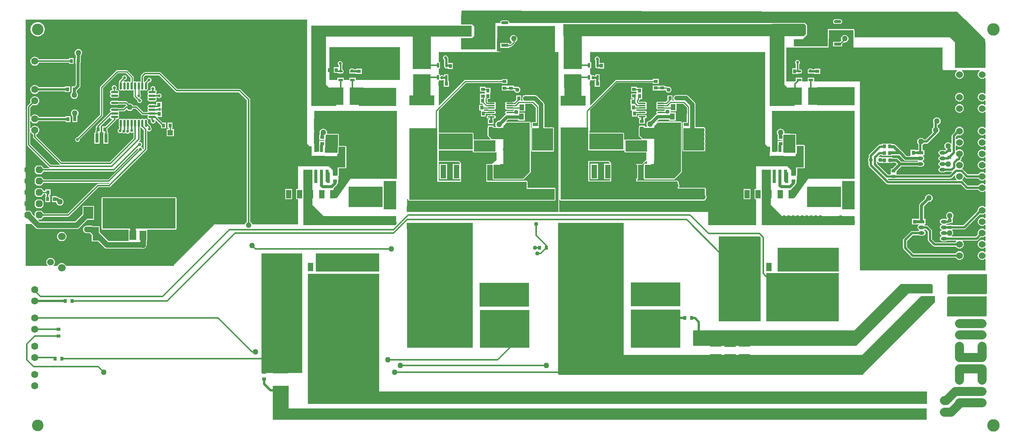
<source format=gbr>
%FSTAX23Y23*%
%MOIN*%
%SFA1B1*%

%IPPOS*%
%AMD70*
4,1,8,-0.031000,0.015500,-0.031000,-0.015500,-0.015500,-0.031000,0.015500,-0.031000,0.031000,-0.015500,0.031000,0.015500,0.015500,0.031000,-0.015500,0.031000,-0.031000,0.015500,0.0*
%
%ADD10R,0.102362X0.043307*%
%ADD11O,0.064960X0.025591*%
%ADD12R,0.064960X0.025591*%
%ADD13R,0.066929X0.043307*%
%ADD14R,0.056000X0.119000*%
%ADD15O,0.055118X0.031496*%
%ADD16R,0.055118X0.031496*%
%ADD17R,0.035433X0.027559*%
%ADD18R,0.031496X0.035433*%
%ADD19R,0.027559X0.035433*%
%ADD20R,0.043307X0.102362*%
%ADD21R,0.118000X0.089000*%
%ADD22R,0.030000X0.045000*%
%ADD23R,0.070866X0.082677*%
%ADD24R,0.046063X0.074016*%
%ADD25R,0.047244X0.047244*%
%ADD26R,0.122047X0.157480*%
%ADD27R,0.054724X0.055118*%
%ADD28R,0.132283X0.191338*%
%ADD29R,0.125984X0.070866*%
%ADD30R,0.055118X0.043307*%
%ADD31R,0.039370X0.021654*%
%ADD32O,0.039370X0.021654*%
%ADD33R,0.035433X0.031496*%
%ADD34R,0.129921X0.055118*%
%ADD35R,0.078740X0.137795*%
%ADD36R,0.137795X0.078740*%
%ADD37R,0.157480X0.122047*%
%ADD38R,0.021654X0.039370*%
%ADD39O,0.021654X0.039370*%
%ADD40R,0.043307X0.055118*%
%ADD41O,0.064960X0.011811*%
%ADD42R,0.050000X0.120078*%
%ADD43R,0.047244X0.025591*%
%ADD44R,0.023622X0.023622*%
%ADD45R,0.085000X0.107992*%
%ADD46R,0.049212X0.037401*%
%ADD47R,0.051181X0.187008*%
%ADD48O,0.021654X0.064960*%
%ADD49O,0.064960X0.021654*%
%ADD50R,0.028000X0.079000*%
%ADD51R,0.059055X0.078740*%
%ADD52R,0.149606X0.078740*%
%ADD53R,0.048000X0.048000*%
%ADD54R,0.220472X0.090551*%
%ADD55R,0.088976X0.085039*%
%ADD56C,0.011811*%
%ADD57C,0.010000*%
%ADD58C,0.025000*%
%ADD59C,0.019685*%
%ADD60C,0.020000*%
%ADD61C,0.012000*%
%ADD62C,0.050000*%
%ADD63C,0.031496*%
%ADD64C,0.039370*%
%ADD65C,0.078740*%
%ADD66C,0.027559*%
%ADD67C,0.060000*%
%ADD68C,0.060000*%
%ADD69C,0.110236*%
G04~CAMADD=70~4~0.0~0.0~620.0~620.0~0.0~155.0~0~0.0~0.0~0.0~0.0~0~0.0~0.0~0.0~0.0~0~0.0~0.0~0.0~90.0~620.0~620.0*
%ADD70D70*%
%ADD71C,0.062992*%
%ADD72C,0.066929*%
%ADD73C,0.102362*%
%ADD74C,0.037401*%
%ADD75C,0.050000*%
%ADD76C,0.026457*%
%ADD77C,0.030000*%
%ADD78C,0.035433*%
%ADD79C,0.025000*%
%ADD80C,0.027559*%
%LNlv1_copper_signal_top-1*%
%LPD*%
G36*
X09204Y02799D02*
D01*
X0921Y02795*
X09217Y02793*
X09316*
X09316Y02793*
X09322Y02785*
X0933Y02779*
X0934Y02775*
X0935Y02774*
X09359Y02775*
X09369Y02779*
X09375Y02783*
X0938Y02781*
Y02743*
X09375Y0274*
X09369Y02745*
X09359Y02749*
X0935Y0275*
X0934Y02749*
X0933Y02745*
X09322Y02739*
X09316Y02731*
X09316Y0273*
X09225*
X09182Y02772*
X09176Y02776*
X09174Y02777*
X09173Y02782*
X09177Y02785*
X09183Y02793*
X09186Y02802*
X09187Y02809*
X09193Y02811*
X09204Y02799*
G37*
G36*
X08225Y02792D02*
X07865D01*
X07815*
X07695Y02622*
X07665*
Y02702*
X0767Y02705*
X07701Y02736*
X07705Y02744*
X07707Y02751*
X07711*
Y02782*
X07715*
Y02815*
X07714Y02816*
X07716Y02819*
X07717Y02822*
Y02884*
X07775*
X07778Y02885*
X07781Y02886*
X07782Y02889*
X07783Y02892*
Y02972*
Y03082*
X07782Y03085*
X07781Y03088*
X07778Y03089*
X07775Y0309*
X07715*
X07713Y0309*
X07711Y0309*
X07708Y03093*
Y03179*
X07707Y03181*
X07707Y03182*
X07707Y03182*
X07707Y03182*
X07706Y03183*
X07705Y03185*
X07705Y03185*
X07705Y03185*
X07704Y03186*
X07703Y03187*
X07703Y03187*
X07703Y03187*
X07701Y03187*
X077Y03187*
X07606Y0319*
X07602Y03195*
X07603Y032*
X07602Y03208*
X07598Y03216*
X07593Y03223*
X07586Y03228*
X07578Y03232*
X0757Y03233*
X07561Y03232*
X07553Y03228*
X07546Y03223*
X07541Y03216*
X07537Y03208*
X07536Y032*
X07537Y03191*
X07541Y03183*
X07544Y03179*
Y03133*
X07583*
X07586Y0313*
X07585Y03126*
X07582Y03126*
X07544*
Y03089*
X07543Y03084*
Y03082*
X07542*
Y03032*
X07495*
Y03392*
X08225*
X08225Y02792*
G37*
G36*
X04738Y02927D02*
X04736Y02922D01*
X04674*
Y02786*
X04739*
Y02773*
X04551Y02773*
Y02939*
X04726Y02939*
X04738Y02927*
G37*
G36*
X09112Y02819D02*
X09111Y02812D01*
X09113Y02802*
X09116Y02793*
X09122Y02785*
X09125Y02783*
X09123Y02778*
X08525*
X08516Y02786*
X08518Y02791*
X08542*
Y0279*
X08593*
Y02791*
X09069*
X0907*
X09076Y02793*
X09082Y02797*
X09108Y02822*
X09112Y02819*
G37*
G36*
X06062Y02928D02*
X0606Y02923D01*
X06009*
Y02787*
X06064*
Y02774*
X05879*
X05879Y02939*
X0605Y02939*
X06062Y02928*
G37*
G36*
X08105Y02542D02*
X07805D01*
Y02722*
X08105*
Y02542*
G37*
G36*
X04055D02*
X03755D01*
Y02722*
X04055*
Y02542*
G37*
G36*
X04536Y03238D02*
Y02764D01*
X04747Y02765*
Y02929*
X04729Y02947*
X0455Y02947*
X04549Y0304*
X04851*
Y03032*
X04852Y03028*
X04854Y03026*
X04856Y03024*
X0486Y03024*
X05049*
X05052Y03024*
X05054Y03025*
X05057Y03025*
X05059Y03023*
Y02955*
X05018Y02922*
X04969*
Y02765*
X05326*
Y02702*
X05573*
Y02604*
X04289*
Y03238*
X04536Y03238*
G37*
G36*
X0418Y0279D02*
X0382D01*
X0377*
X0365Y0262*
X0362*
Y02705*
X0362Y02705*
X03651Y02736*
X03655Y02744*
X03657Y02751*
X03661*
Y02782*
X03665*
Y02815*
X03664Y02816*
X03666Y02819*
X03667Y02822*
Y02884*
X03725*
X03728Y02885*
X03731Y02886*
X03732Y02889*
X03733Y02892*
Y02972*
Y03073*
X03732Y03076*
X03731Y03078*
X03728Y0308*
X03725Y03081*
X03669*
X03667Y03082*
Y0318*
X03666Y03183*
X03664Y03185*
X03662Y03187*
X03659Y03188*
X03565*
X03562Y03193*
X03563Y032*
X03562Y03208*
X03558Y03216*
X03553Y03223*
X03546Y03228*
X03538Y03232*
X0353Y03233*
X03521Y03232*
X03513Y03228*
X03506Y03223*
X03501Y03216*
X03497Y03208*
X03496Y032*
X03497Y03191*
X03499Y03188*
Y03181*
X03494*
Y03133*
X03536*
X03539Y0313*
X03538Y03126*
X03494*
Y03089*
X03493Y03084*
Y03082*
X03492*
Y0303*
X0345*
Y0339*
X04179*
X0418Y0279*
G37*
G36*
X05871Y03243D02*
Y02766D01*
X06064*
X06072*
Y02787*
X06075*
Y02923*
X06072*
Y0293*
X06054Y02947*
X05874Y02947*
Y0304*
X06191*
Y03032*
X06192Y03028*
X06194Y03026*
X06196Y03024*
X062Y03024*
X06384*
Y02956*
X06343Y02922*
X06294*
Y02766*
X06302*
X06656*
X06661Y02761*
Y02703*
X06899*
X06899Y02703*
X06899Y02703*
Y0261*
X06895Y02606*
X05628*
X05628Y02606*
X05627Y02606*
Y03243*
X05871Y03243*
G37*
G36*
X05049Y03032D02*
X0486D01*
Y0313*
X05049*
Y03032*
G37*
G36*
X03659Y03074D02*
X03658Y03072D01*
X03657Y03069*
Y03022*
X03549*
X03545Y03026*
X03549Y03173*
X03553Y03176*
X03556Y0318*
X03659*
Y03074*
G37*
G36*
X06389Y03128D02*
Y03032D01*
X062*
Y0313*
X06388*
X06389Y03128*
G37*
G36*
X06895Y03041D02*
X0671D01*
Y03238*
X06895*
Y03041*
G37*
G36*
X05559Y0304D02*
X05375D01*
Y03237*
X05559*
Y0304*
G37*
G36*
X08428Y02944D02*
X08433Y02938D01*
X08438Y02934*
X08445Y02931*
X08451Y0293*
X08458Y02931*
X08462Y02933*
X08467Y02929*
X08509*
X0851*
X08514*
X08515*
X08557*
Y02934*
X08584*
X08597Y0292*
X08559Y02882*
X08558Y02881*
X08542*
Y02838*
Y02837*
Y02833*
Y02833*
X08541Y02828*
X08519*
X08493Y02854*
X08492Y02854*
X08422Y02924*
Y02945*
X08427Y02946*
X08428Y02944*
G37*
G36*
X03388Y03647D02*
Y03102D01*
X03408Y03082*
Y03077*
X03428*
Y02992*
X03655Y02992*
Y03012*
X03665*
Y03069*
X03669Y03073*
X03725*
Y02972*
Y02892*
X03658*
Y02822*
X03615*
Y02866*
X03579Y02902*
X03308*
Y02699*
X0329*
Y0261*
X03308*
Y02387*
X02902*
X02902Y02388*
X02898Y02396*
X02893Y02403*
X02886Y02408*
X02884Y02409*
Y0349*
X02882Y03495*
X02879Y03499*
X02799Y03579*
X02795Y03582*
X0279Y03584*
X0224*
X02094Y03729*
X0209Y03732*
X02084Y03733*
X01955*
X01949Y03732*
X01945Y03729*
X0192Y03705*
X01917Y037*
X01916Y03695*
Y03649*
X01915Y03648*
X01911Y03647*
X01906Y03651*
X01899Y03652*
X01891Y03651*
X01885Y03646*
X01881*
X01875Y03651*
X01867Y03652*
X0186Y03651*
X01858Y03649*
X01853Y03652*
Y03688*
X01852Y03693*
X01849Y03698*
X01801Y03746*
X01797Y03749*
X01792Y0375*
X01709*
X01704Y03749*
X017Y03746*
X01561Y03607*
X01558Y03603*
X01557Y03598*
Y03357*
X01358Y03158*
X0135Y03156*
X01343Y03152*
X01339Y03145*
X01337Y03137*
X01339Y03129*
X01343Y03123*
X0135Y03118*
X01358Y03117*
X01366Y03118*
X01373Y03123*
X01377Y03129*
X01379Y03137*
X01378Y03141*
X01579Y03342*
X01582Y03346*
X01583Y03351*
Y03592*
X01714Y03723*
X01786*
X01827Y03683*
Y03649*
X01823Y03647*
X0182Y03647*
X01817Y03647*
X01812Y03651*
X01804Y03652*
X01797Y03651*
X01792Y03647*
X01788Y03647*
X01785Y03647*
X0178Y03651*
X01773Y03652*
X01765Y03651*
X01765Y03651*
X01762Y03654*
X01771Y03664*
X01773Y03663*
X01781Y03665*
X01788Y03669*
X01792Y03676*
X01794Y03684*
X01792Y03692*
X01788Y03699*
X01781Y03703*
X01773Y03705*
X01765Y03703*
X01759Y03699*
X01754Y03692*
X01753Y03684*
X01753Y03682*
X01731Y0366*
X01728Y03656*
X01727Y03651*
Y03645*
X01724Y0364*
X01722Y03633*
Y0359*
X01724Y03582*
X01728Y03576*
X01734Y03572*
X01741Y03571*
X01749Y03572*
X01754Y03575*
X01757Y03576*
X0176Y03575*
X01765Y03572*
X01773Y03571*
X0178Y03572*
X01785Y03575*
X01788Y03576*
X01792Y03575*
X01797Y03572*
X01804Y03571*
X01812Y03572*
X01817Y03575*
X0182Y03576*
X01823Y03575*
X01828Y03572*
X01836Y03571*
X01843Y03572*
X01848Y03575*
X01848Y03576*
X01852Y03575*
X01853Y03573*
Y03521*
X01854Y03516*
X01857Y03512*
X01886Y03483*
X01886Y03481*
X01887Y03473*
X01892Y03466*
X01898Y03462*
X01906Y0346*
X01914Y03462*
X01921Y03466*
X01926Y03473*
X01927Y03481*
X01926Y03489*
X01921Y03496*
X01914Y035*
X01908Y03501*
X01908Y03503*
X01908Y03506*
X01914Y0351*
X01918Y03517*
X0192Y03525*
X01918Y03533*
X01914Y0354*
X01912Y03541*
Y03573*
X01916Y03576*
X01918Y03575*
X01923Y03572*
X0193Y03571*
X01938Y03572*
X01943Y03575*
X01946Y03576*
X01949Y03575*
X01954Y03572*
X01962Y03571*
X01969Y03572*
X01975Y03576*
X01979Y03582*
X01981Y0359*
Y03633*
X01981Y03633*
X0199Y03643*
X01991Y03643*
X01999Y03644*
X02006Y03649*
X0201Y03656*
X02012Y03664*
X0201Y03672*
X02006Y03678*
X01999Y03683*
X01991Y03684*
X01983Y03683*
X01976Y03678*
X01972Y03672*
X0197Y03664*
X0197Y03663*
X01959Y03652*
X01954Y03651*
X01949Y03647*
X01946Y03648*
X01944Y03649*
Y03689*
X0196Y03705*
X02078*
X02224Y0356*
X02228Y03557*
X02234Y03555*
X02784*
X02855Y03484*
Y02409*
X02853Y02408*
X02846Y02403*
X02841Y02396*
X02837Y02388*
X02837Y02387*
X02564*
X02565Y02385*
X0221Y0203*
Y0202*
X01257*
X01255Y02026*
X01248Y02034*
X01239Y02041*
X01229Y02045*
X01219Y02046*
X01208Y02045*
X01198Y02041*
X01189Y02034*
X01182Y02026*
X0118Y0202*
X01146*
X01144Y02025*
X01147Y02027*
X01154Y02035*
X01157Y02044*
X01159Y02054*
X01157Y02064*
X01154Y02073*
X01147Y02081*
X0114Y02087*
X0113Y02091*
X0112Y02092*
X01111Y02091*
X01101Y02087*
X01093Y02081*
X01087Y02073*
X01084Y02064*
X01082Y02054*
X01084Y02044*
X01087Y02035*
X01093Y02027*
X01097Y02025*
X01095Y0202*
X009*
Y0239*
X00953*
X00986Y02356*
X00993Y02351*
X01001Y02347*
X0101Y02346*
X0135*
X01358Y02347*
X01366Y02351*
X01373Y02356*
X01406Y0239*
X01409*
X01408Y02391*
X01445Y02428*
X01503*
Y02551*
X01402*
Y02479*
X01336Y02413*
X01023*
X0101Y02426*
X01012Y02431*
X01039*
X01058Y0245*
Y02455*
X01277*
X01282Y02457*
X01287Y0246*
X01545Y02718*
X01641*
X01646Y02719*
X01651Y02722*
X01652Y02723*
X01665Y02737*
X01665Y02737*
X01921Y02993*
X01922Y02994*
X01968Y0304*
X01972Y03045*
X01973Y0305*
Y03212*
X01977Y03214*
X01978Y03214*
X01984Y03209*
X01992Y03208*
X02Y03209*
X02007Y03214*
X02011Y03221*
X02013Y03229*
X02011Y03237*
X02007Y03243*
X02006Y03244*
Y03251*
X02005Y03256*
X02002Y03261*
X01981Y03282*
Y03302*
X01979Y0331*
X01975Y03316*
X01969Y0332*
X01962Y03321*
X01954Y0332*
X01949Y03316*
X01946Y03316*
X01943Y03316*
X01938Y0332*
X0193Y03321*
X01923Y0332*
X01918Y03316*
X01914Y03316*
X01911Y03316*
X01906Y0332*
X01899Y03321*
X01891Y0332*
X01886Y03316*
X01883Y03316*
X0188Y03316*
X01875Y0332*
X01867Y03321*
X0186Y0332*
X01855Y03316*
X01851Y03316*
X01848Y03316*
X01843Y0332*
X01836Y03321*
X01828Y0332*
X01823Y03316*
X0182Y03316*
X01817Y03316*
X01812Y0332*
X01804Y03321*
X01797Y0332*
X01792Y03316*
X01788Y03316*
X01785Y03316*
X0178Y0332*
X01773Y03321*
X01765Y0332*
X0176Y03316*
X01757Y03316*
X01754Y03316*
X01749Y0332*
X01741Y03321*
X01734Y0332*
X01728Y03316*
X01724Y0331*
X01722Y03302*
Y03259*
X01724Y03252*
X01727Y03246*
Y03234*
X01726Y03234*
X01719Y03229*
X01715Y03222*
X01713Y03214*
X01715Y03207*
X01719Y032*
X01726Y03195*
X01734Y03194*
X01742Y03195*
X01747Y03198*
X01753Y03198*
X01753Y03198*
X0176Y03193*
X01768Y03192*
X01776Y03193*
X01779Y03196*
X01786Y03194*
X01786Y03194*
X01793Y03189*
X01801Y03188*
X01809Y03189*
X01816Y03194*
X01818Y03198*
X01821Y032*
X01825Y03199*
X01829Y03196*
X01837Y03195*
X01845Y03196*
X01849Y03199*
X01854Y03197*
Y03149*
X01646Y02941*
X01221*
X00995Y03167*
Y03183*
X01001Y03185*
X01009Y03191*
X01015Y032*
X01019Y03209*
X0102Y0322*
X01019Y0323*
X01015Y03239*
X01009Y03248*
X01001Y03254*
X00991Y03258*
X00981Y03259*
X0097Y03258*
X00961Y03254*
X00953Y03248*
X00946Y03239*
X00946Y03238*
X00941Y03239*
Y033*
X00946Y03301*
X00946Y033*
X00953Y03291*
X00961Y03285*
X0097Y03281*
X00981Y0328*
X00991Y03281*
X01001Y03285*
X01009Y03291*
X01015Y03299*
X01253*
Y03292*
X01297*
Y03343*
X01253*
Y03336*
X01017*
X01015Y03339*
X01009Y03348*
X01001Y03354*
X00991Y03358*
X00981Y03359*
X0097Y03358*
X00961Y03354*
X00953Y03348*
X00946Y03339*
X00946Y03338*
X00941Y03339*
Y0342*
X00965Y03444*
X0097Y03441*
X00981Y0344*
X00991Y03441*
X01001Y03445*
X01009Y03451*
X01015Y0346*
X01019Y03469*
X0102Y0348*
X01019Y0349*
X01015Y03499*
X01009Y03508*
X01001Y03514*
X00991Y03518*
X00981Y03519*
X0097Y03518*
X00961Y03514*
X00953Y03508*
X00946Y03499*
X00942Y0349*
X00941Y0348*
X00942Y03469*
X00945Y03463*
X00917Y03435*
X00914Y03431*
X00913Y03425*
Y0309*
X00914Y03085*
X00917Y03081*
X01107Y0289*
X0111Y02889*
X01108Y02884*
X01058*
Y02889*
X01039Y02908*
X01*
X00981Y02889*
Y0285*
X01Y02831*
X01039*
X01058Y0285*
Y02855*
X01681*
X01686Y02857*
X0169Y0286*
X01888Y03057*
X01892Y03054*
X01892Y03051*
X01893Y03047*
X01629Y02784*
X01058*
Y02789*
X01039Y02808*
X01*
X00981Y02789*
Y0275*
X01Y02731*
X01039*
X01058Y0275*
Y02755*
X01635*
X01637Y02756*
X0164Y02751*
X01635Y02746*
X0154*
X01534Y02745*
X0153Y02742*
X01271Y02484*
X01058*
Y02489*
X01039Y02508*
X01*
X00981Y02489*
Y02462*
X00976Y0246*
X00958Y02478*
Y02489*
X00939Y02508*
X009*
X009Y02509*
X00899Y04197*
X03388*
X03388Y03647*
G37*
G36*
X00946Y032D02*
X00953Y03191D01*
X00961Y03185*
X00967Y03183*
Y03161*
X00968Y03155*
X00971Y03151*
X01202Y02919*
X012Y02914*
X01123*
X00941Y03096*
Y032*
X00946Y03201*
X00946Y032*
G37*
G36*
X077Y03179D02*
Y03022D01*
X07599*
X07595Y03026*
X07595Y03078*
X07595*
Y03126*
X07595Y03126*
Y03133*
X07595*
Y03178*
X07599Y03182*
X077Y03179*
G37*
G36*
X08465Y02993D02*
X08507D01*
X08508*
X08512*
X08513*
X08555*
Y02998*
X08619*
X08634Y02982*
X08636Y0298*
X0866Y02956*
X08666Y02952*
X08674Y0295*
X08781*
X08782Y0295*
X08783Y02945*
X08782Y02944*
X0878Y02942*
X08635*
X08607Y02969*
X086Y02974*
X08592Y02975*
X08557*
Y02981*
X08515*
X08514*
X0851*
X08509*
X08467*
X08462Y02981*
X08458Y02983*
X08451Y02984*
X08445Y02983*
X08438Y0298*
X08437Y02979*
X08434Y02983*
X0845Y02999*
X08465*
Y02993*
G37*
G36*
X08225Y02772D02*
Y02522D01*
X08115*
Y02772*
X08225*
G37*
G36*
X06685Y01633D02*
Y01298D01*
X06248Y01298*
Y01338*
Y01633*
X06685*
G37*
G36*
X0485Y01746D02*
Y01297D01*
X0427*
X04269Y02399*
X0485Y024*
Y01746*
G37*
G36*
X08085Y01956D02*
X08085Y01533D01*
X08081Y01529*
X07445Y0153*
X07445Y01956*
X08085Y01956*
G37*
G36*
X09391Y01583D02*
X09386Y01577D01*
X09383Y01575*
X09041*
Y0174*
X09053Y01752*
X09391*
Y01583*
G37*
G36*
X07387Y02282D02*
X07395Y02274D01*
Y0153*
X07025*
Y02282*
X07387*
G37*
G36*
X04025Y01949D02*
X04025Y00909D01*
X08863*
Y008*
X03394*
Y00909*
X03395*
X03395Y0195*
X04025Y01949*
G37*
G36*
X03224Y00761D02*
X08861D01*
Y00659*
X03085*
X03085Y00959*
X03224*
Y00761*
G37*
G36*
X06185Y01747D02*
Y01234D01*
X0829*
X0881Y01754*
X08933*
Y017*
X0881Y01577*
X083Y01067*
Y01056*
X0561*
Y01061*
X05605*
Y02399*
X06185Y024*
Y01747*
G37*
G36*
X05349Y01632D02*
Y01297D01*
X04912Y01297*
Y01337*
Y01632*
X05349*
G37*
G36*
X03345Y01074D02*
X02985D01*
Y0213*
X03345*
X03345Y01074*
G37*
G36*
X07485Y02562D02*
X07495Y02552D01*
X07565Y02482*
X07585Y02462*
X08225*
Y02382*
X07405*
Y02872*
X07485*
Y02562*
G37*
G36*
X08085Y0197D02*
X07545D01*
Y02179*
X08085Y0218*
Y0197*
G37*
G36*
X03435Y02562D02*
X03445Y02552D01*
X03515Y02482*
X03535Y02462*
X04175*
Y02385*
X04172Y02382*
X03355*
Y02872*
X03435*
Y02562*
G37*
G36*
X04175Y02772D02*
Y02522D01*
X04065*
Y02772*
X04175*
G37*
G36*
X0938Y02481D02*
Y02443D01*
X09375Y0244*
X09369Y02445*
X09359Y02449*
X0935Y0245*
X0934Y02449*
X0933Y02445*
X09322Y02439*
X09316Y02431*
X09313Y02422*
X09311Y02412*
X09313Y02402*
X09316Y02393*
X09322Y02385*
X0933Y02379*
X0934Y02375*
X0935Y02374*
X09359Y02375*
X09369Y02379*
X09375Y02383*
X0938Y02381*
Y02343*
X09375Y0234*
X09369Y02345*
X09359Y02349*
X0935Y0235*
X0934Y02349*
X0933Y02345*
X09322Y02339*
X09316Y02331*
X09313Y02322*
X09311Y02312*
X09313Y02302*
X09314Y02299*
X09294Y0228*
X09083*
X09081Y02285*
X09085Y02289*
X09091Y02295*
X09094Y02303*
X09095Y02312*
X09094Y02321*
X09091Y02329*
X09085Y02335*
X09085Y02336*
X09087Y02341*
X09091*
Y02344*
X09192*
X09199Y02345*
X09205Y02349*
X09333Y02477*
X0934Y02475*
X0935Y02474*
X09359Y02475*
X09369Y02479*
X09375Y02483*
X0938Y02481*
G37*
G36*
X06684Y01873D02*
Y01663D01*
X06247Y01663*
Y01748*
Y01873*
X06684*
G37*
G36*
X05348Y01872D02*
Y01662D01*
X04911Y01662*
Y01747*
Y01872*
X05348*
G37*
G36*
X09392Y01779D02*
X09387Y01774D01*
X09384Y01771*
X09042*
Y01936*
X09054Y01948*
X09392*
Y01779*
G37*
G36*
X04025Y0197D02*
X03465D01*
Y02129*
X04025Y0213*
Y0197*
G37*
G36*
X08634Y01861D02*
X08902Y01861D01*
X08913Y01846*
Y01778*
X08701*
X08637Y01713*
Y01712*
X08238Y01314*
X08234*
X06796*
Y0145*
X0822*
X08632Y01862*
X08634Y01861*
G37*
G36*
X0485Y03186D02*
X04849Y0305D01*
X0455*
Y03189*
X04846Y0319*
X0485Y03186*
G37*
G36*
X04175Y03434D02*
X03845D01*
X03845Y03486*
X03845Y03594*
X04175*
Y03434*
G37*
G36*
X08225Y03442D02*
X07895D01*
Y03493*
Y03602*
X08225*
Y03442*
G37*
G36*
X08214Y04099D02*
Y03952D01*
X0827*
X09*
Y0376*
X0901Y0375*
X09127*
X0913Y03745*
X0913Y03745*
X09122Y03739*
X09116Y03731*
X09113Y03722*
X09111Y03712*
X09113Y03702*
X09116Y03693*
X09122Y03685*
X0913Y03679*
X0914Y03675*
X0915Y03674*
X09159Y03675*
X09169Y03679*
X09177Y03685*
X09183Y03693*
X09186Y03702*
X09188Y03712*
X09186Y03722*
X09183Y03731*
X09177Y03739*
X09169Y03745*
X09169Y03745*
X09172Y0375*
X09327*
X0933Y03745*
X0933Y03745*
X09322Y03739*
X09316Y03731*
X09313Y03722*
X09311Y03712*
X09313Y03702*
X09316Y03693*
X09322Y03685*
X0933Y03679*
X0934Y03675*
X0935Y03674*
X09359Y03675*
X09369Y03679*
X09375Y03683*
X0938Y03681*
Y03543*
X09375Y0354*
X09369Y03545*
X09359Y03549*
X0935Y0355*
X0934Y03549*
X0933Y03545*
X09322Y03539*
X09316Y03531*
X09313Y03522*
X09311Y03512*
X09313Y03502*
X09316Y03493*
X09322Y03485*
X0933Y03479*
X0934Y03475*
X0935Y03474*
X09359Y03475*
X09369Y03479*
X09375Y03483*
X0938Y03481*
Y03443*
X09375Y0344*
X09369Y03445*
X09359Y03449*
X0935Y0345*
X0934Y03449*
X0933Y03445*
X09322Y03439*
X09316Y03431*
X09313Y03422*
X09311Y03412*
X09313Y03402*
X09316Y03393*
X09322Y03385*
X0933Y03379*
X0934Y03375*
X0935Y03374*
X09359Y03375*
X09369Y03379*
X09375Y03383*
X0938Y03381*
Y03243*
X09375Y0324*
X09369Y03245*
X09359Y03249*
X0935Y0325*
X0934Y03249*
X0933Y03245*
X09322Y03239*
X09316Y03231*
X09313Y03222*
X09311Y03212*
X09313Y03202*
X09316Y03193*
X09322Y03185*
X0933Y03179*
X0934Y03175*
X0935Y03174*
X09359Y03175*
X09369Y03179*
X09375Y03183*
X0938Y03181*
Y03143*
X09375Y0314*
X09369Y03145*
X09359Y03149*
X0935Y0315*
X0934Y03149*
X0933Y03145*
X09322Y03139*
X09316Y03131*
X09313Y03122*
X09311Y03112*
X09313Y03102*
X09316Y03093*
X09322Y03085*
X0933Y03079*
X0934Y03075*
X0935Y03074*
X09359Y03075*
X09369Y03079*
X09375Y03083*
X0938Y03081*
Y03043*
X09375Y0304*
X09369Y03045*
X09359Y03049*
X0935Y0305*
X0934Y03049*
X0933Y03045*
X09322Y03039*
X09316Y03031*
X09313Y03022*
X09311Y03012*
X09313Y03002*
X09316Y02993*
X09322Y02985*
X0933Y02979*
X0934Y02975*
X0935Y02974*
X09359Y02975*
X09369Y02979*
X09375Y02983*
X0938Y02981*
Y02943*
X09375Y0294*
X09369Y02945*
X09359Y02949*
X0935Y0295*
X0934Y02949*
X0933Y02945*
X09322Y02939*
X09316Y02931*
X09313Y02922*
X09311Y02912*
X09313Y02902*
X09316Y02893*
X09322Y02885*
X0933Y02879*
X0934Y02875*
X0935Y02874*
X09359Y02875*
X09369Y02879*
X09375Y02883*
X0938Y02881*
Y02843*
X09375Y0284*
X09369Y02845*
X09359Y02849*
X0935Y0285*
X0934Y02849*
X0933Y02845*
X09322Y02839*
X09316Y02831*
X09316Y0283*
X09225*
X09182Y02872*
X09176Y02876*
X09174Y02877*
X09173Y02882*
X09177Y02885*
X09183Y02893*
X09186Y02902*
X09188Y02912*
X09186Y02922*
X09183Y02931*
X09177Y02939*
X09169Y02945*
X09161Y02948*
X09159Y02953*
X09162Y02957*
X09162*
X09166Y02963*
X09168Y0297*
Y02978*
X09169Y02979*
X09177Y02985*
X09183Y02993*
X09186Y03002*
X09188Y03012*
X09186Y03022*
X09183Y03031*
X09177Y03039*
X09169Y03045*
X09159Y03049*
X0915Y0305*
X0914Y03049*
X0913Y03045*
X09123Y03039*
X09121Y03039*
X09118Y0304*
Y03083*
X09121Y03084*
X09123Y03085*
X0913Y03079*
X0914Y03075*
X0915Y03074*
X09159Y03075*
X09169Y03079*
X09177Y03085*
X09183Y03093*
X09186Y03102*
X09188Y03112*
X09186Y03122*
X09183Y03131*
X09177Y03139*
X09169Y03145*
X09159Y03149*
X0915Y0315*
X0914Y03149*
X0913Y03145*
X09123Y03139*
X09121Y03139*
X09118Y0314*
Y03162*
X09133Y03177*
X0914Y03175*
X0915Y03174*
X09159Y03175*
X09169Y03179*
X09177Y03185*
X09183Y03193*
X09186Y03202*
X09188Y03212*
X09186Y03222*
X09183Y03231*
X09177Y03239*
X09169Y03245*
X09159Y03249*
X0915Y0325*
X0914Y03249*
X0913Y03245*
X09122Y03239*
X09116Y03231*
X09113Y03222*
X09111Y03212*
X09112Y03208*
X09087Y03182*
X09083Y03176*
X09081Y0317*
Y03169*
Y031*
X09076Y03099*
X09073Y03103*
X09066Y03108*
X09058Y03112*
X0905Y03113*
X09041Y03112*
X09033Y03108*
X09026Y03103*
X09021Y03096*
X09017Y03088*
X09016Y0308*
X09017Y03071*
X09021Y03063*
X09026Y03056*
X0903Y03053*
X09031Y03047*
X09031Y03046*
X09025Y03041*
X09022Y03043*
X09013Y03045*
X08989*
X0898Y03043*
X08972Y03038*
X08967Y0303*
X08965Y03021*
X08967Y03012*
X08972Y03004*
X0898Y02999*
X08981Y02999*
Y02994*
X0898Y02993*
X08972Y02988*
X08967Y0298*
X08965Y02971*
X08967Y02962*
X08972Y02954*
X0898Y02949*
X08981Y02949*
Y02944*
X0898Y02943*
X08972Y02938*
X08967Y0293*
X08965Y02921*
X08967Y02912*
X08972Y02904*
X0898Y02899*
X08981Y02899*
Y02894*
X0898Y02893*
X08972Y02888*
X08967Y0288*
X08965Y02871*
X08967Y02862*
X08972Y02854*
X0898Y02849*
X08989Y02847*
X09013*
X09022Y02849*
X09028Y02853*
X0908*
X09082Y0285*
X09082Y02848*
X09062Y02828*
X08597*
X08594Y02831*
X08593Y02833*
Y02837*
Y02838*
Y02858*
X08636Y029*
X08781*
X08783Y02899*
X08792Y02897*
X08816*
X08825Y02899*
X08833Y02904*
X08838Y02912*
X0884Y02921*
X08838Y0293*
X08833Y02938*
X08825Y02943*
X08824Y02944*
Y02949*
X08825Y02949*
X08833Y02954*
X08838Y02962*
X0884Y02971*
X08838Y0298*
X08833Y02988*
X08827Y02992*
X08828Y02997*
X0884*
Y03045*
X08822*
Y03089*
X08827Y0309*
X08833Y03096*
X08838Y03101*
X08859*
X08866Y03102*
X08872Y03106*
X08952Y03187*
X08954Y03189*
X08957Y0319*
X08963Y03196*
X08969Y03202*
X08972Y0321*
X08973Y03219*
X08972Y03228*
X08969Y03236*
X08963Y03242*
X08958Y03247*
Y03268*
X08959Y03268*
X08967Y03271*
X08973Y03277*
X08979Y03283*
X08982Y03291*
X08983Y033*
X08982Y03309*
X08979Y03317*
X08973Y03323*
X08967Y03329*
X08959Y03332*
X0895Y03333*
X08941Y03332*
X08933Y03329*
X08927Y03323*
X08921Y03317*
X08918Y03309*
X08917Y033*
X08918Y03291*
X08921Y03283*
X08921Y03283*
Y03246*
X08917Y03242*
X08911Y03236*
X08908Y03228*
X08907Y03219*
X08908Y0321*
X08911Y03202*
X08914Y03199*
X08852Y03137*
X08838*
X08833Y03142*
X08827Y03148*
X08819Y03151*
X0881Y03152*
X08801Y03151*
X08793Y03148*
X08787Y03142*
X08781Y03136*
X08778Y03128*
X08777Y03119*
X08778Y0311*
X08781Y03102*
X08786Y03096*
Y03045*
X0877*
X08765Y03047*
X08765*
X08718*
Y02997*
Y02996*
X08715Y02992*
X08683*
X08667Y03008*
X08665Y0301*
X08642Y03033*
X08585Y0309*
X08579Y03095*
X08571Y03096*
X08555*
Y03101*
X08513*
X08512*
X08508*
X08507*
X08465*
Y03093*
X08447*
X0844Y03092*
X08434Y03088*
X08434*
X08354Y03008*
X0835Y03002*
X08349Y02995*
Y02995*
Y0298*
X08348Y02978*
Y02978*
Y02975*
X08345Y02971*
X08343Y02965*
X08342Y02958*
X08343Y02951*
X08345Y02945*
X08348Y02941*
Y0291*
Y0291*
X0835Y02903*
X08354Y02897*
X08458Y02793*
X08504Y02747*
X0851Y02743*
X08517Y02741*
X08517*
X0913*
X0913*
X0913Y02741*
X09162*
X09204Y02699*
X0921Y02695*
X09217Y02693*
X09316*
X09316Y02693*
X09322Y02685*
X0933Y02679*
X0934Y02675*
X0935Y02674*
X09359Y02675*
X09369Y02679*
X09375Y02683*
X0938Y02681*
Y02543*
X09375Y0254*
X09369Y02545*
X09359Y02549*
X0935Y0255*
X0934Y02549*
X0933Y02545*
X09322Y02539*
X09316Y02531*
X09313Y02522*
X09311Y02512*
X09312Y02508*
X09184Y0238*
X09091*
Y02384*
X09039*
X09037Y02384*
X09034Y02385*
X09034Y02386*
X09035Y02391*
X09039Y02394*
X09052*
X09059Y02395*
X09065Y02399*
X09066Y024*
X09091*
Y02443*
Y02443*
X09091*
X09093Y02447*
X09094Y02448*
X09097Y02456*
X09098Y02465*
X09097Y02474*
X09094Y02482*
X09088Y02488*
X09082Y02494*
X09074Y02497*
X09065Y02498*
X09056Y02497*
X09048Y02494*
X09042Y02488*
X09036Y02482*
X09033Y02474*
X09032Y02465*
X09033Y02456*
X09036Y02448*
X09037Y02447*
X09039Y02443*
Y02443*
Y02436*
X09034Y02433*
X09033Y02434*
X09024Y02436*
X09*
X08991Y02434*
X08983Y02429*
X08978Y02421*
X08976Y02412*
X08978Y02403*
X08983Y02395*
X08991Y0239*
X08992Y0239*
Y02384*
X08991Y02384*
X08983Y02379*
X08978Y02371*
X08976Y02362*
X08978Y02353*
X08983Y02345*
X08991Y0234*
X08992Y0234*
Y02334*
X08991Y02334*
X08983Y02329*
X08978Y02321*
X08976Y02312*
X08978Y02303*
X08983Y02295*
X08991Y0229*
X08992Y0229*
Y02284*
X08991Y02284*
X08983Y02279*
X08978Y02271*
X08976Y02262*
X08978Y02253*
X08983Y02245*
X08991Y0224*
X09Y02238*
X09024*
X09033Y0224*
X09039Y02244*
X09121*
X09123Y02239*
X09122Y02239*
X09116Y02231*
X09115Y02228*
X08937*
X08908Y02257*
Y02329*
Y0233*
X08906Y02336*
X08902Y02342*
X08872Y02372*
X08866Y02376*
X0886Y02378*
X08859*
X08845*
X08844Y02379*
X08837Y02383*
X08839Y02388*
X0885*
Y02436*
X08836*
Y02546*
X08876Y02587*
X0888Y02586*
X08888Y02587*
X08896Y02591*
X08903Y02596*
X08908Y02603*
X08912Y02611*
X08913Y0262*
X08912Y02628*
X08908Y02636*
X08903Y02643*
X08896Y02648*
X08888Y02652*
X0888Y02653*
X08871Y02652*
X08863Y02648*
X08856Y02643*
X08851Y02636*
X08847Y02628*
X08846Y0262*
X08847Y02616*
X08818Y02587*
X08813Y02586*
X08807Y02582*
X08803Y02576*
X08802Y02571*
X088Y0257*
X08796Y02563*
X08794Y02555*
Y02436*
X0878*
X08776Y02438*
X08729*
Y02386*
X08776*
X0878Y02388*
X08791*
X08793Y02383*
X08786Y02379*
X08781Y02371*
X08779Y02362*
X08781Y02353*
X08786Y02345*
X08794Y0234*
X08795Y0234*
Y02334*
X08794Y02334*
X08786Y02329*
X08785Y02328*
X0873*
X08723Y02326*
X08717Y02322*
X08657Y02262*
X08653Y02256*
X08651Y0225*
Y02249*
Y0218*
X08653Y02173*
X08657Y02167*
X08724Y02099*
X0873Y02095*
X08737Y02093*
X09116*
X09116Y02093*
X09122Y02085*
X0913Y02079*
X0914Y02075*
X0915Y02074*
X09159Y02075*
X09169Y02079*
X09177Y02085*
X09183Y02093*
X09186Y02102*
X09188Y02112*
X09186Y02122*
X09183Y02131*
X09177Y02139*
X09169Y02145*
X09159Y02149*
X0915Y0215*
X0914Y02149*
X0913Y02145*
X09122Y02139*
X09116Y02131*
X09116Y0213*
X08745*
X08688Y02187*
Y02242*
X08737Y02291*
X08792*
X08794Y0229*
X08803Y02288*
X08827*
X08836Y0229*
X08844Y02295*
X08849Y02303*
X08851Y02312*
X08849Y02321*
X08844Y02329*
X08837Y02333*
X08837Y02338*
X08837Y02339*
X08839Y02341*
X08852*
X08871Y02322*
Y0225*
X08873Y02243*
X08877Y02237*
X08917Y02197*
X08923Y02193*
X0893Y02191*
X09117*
X09122Y02185*
X0913Y02179*
X0914Y02175*
X0915Y02174*
X09159Y02175*
X09169Y02179*
X09177Y02185*
X09183Y02193*
X09186Y02202*
X09188Y02212*
X09186Y02222*
X09183Y02231*
X09177Y02239*
X09176Y02239*
X09178Y02244*
X09302*
X09302*
X09309Y02245*
X09315Y02249*
X0934Y02275*
X0935Y02274*
X09359Y02275*
X09369Y02279*
X09375Y02283*
X0938Y02281*
Y02243*
X09375Y0224*
X09369Y02245*
X09359Y02249*
X0935Y0225*
X0934Y02249*
X0933Y02245*
X09322Y02239*
X09316Y02231*
X09313Y02222*
X09311Y02212*
X09313Y02202*
X09316Y02193*
X09322Y02185*
X0933Y02179*
X0934Y02175*
X0935Y02174*
X09359Y02175*
X09369Y02179*
X09375Y02183*
X0938Y02181*
Y02143*
X09375Y0214*
X09369Y02145*
X09359Y02149*
X0935Y0215*
X0934Y02149*
X0933Y02145*
X09322Y02139*
X09316Y02131*
X09313Y02122*
X09311Y02112*
X09313Y02102*
X09316Y02093*
X09322Y02085*
X0933Y02079*
X0934Y02075*
X0935Y02074*
X09359Y02075*
X09369Y02079*
X09375Y02083*
X0938Y02081*
Y0198*
X0827*
Y03652*
X07866*
Y03683*
X07811*
Y03652*
X07759*
Y03683*
X07704*
Y03657*
X07699Y03652*
X0762*
Y03952*
X07995*
X07996Y04103*
X08206*
X08208Y04105*
X08214Y04099*
G37*
G36*
X0794Y04266D02*
X07941Y04267D01*
X09129*
X09201Y04195*
X09202Y04196*
X09378Y04019*
Y04*
X0938*
Y0377*
X0911*
Y03996*
X09065Y04041*
X08222*
Y04098*
Y04099*
X08221Y04102*
X08219Y04104*
Y04114*
X07988*
Y04103*
X07987Y04103*
X07987Y0396*
X07686*
Y04025*
X07764*
X07786Y04048*
X07802Y04063*
Y04074*
Y04149*
X07785Y04166*
X07784*
X07782Y04167*
X07778Y04168*
X07742*
X07742Y04167*
X07702*
X07702Y04168*
X07496*
X07492Y04167*
X0749Y04166*
X05176*
X05173Y04169*
X05172Y04177*
X05167Y04183*
X0516Y04188*
X05152Y0419*
X05113*
X05105Y04188*
X05098Y04183*
X05093Y04177*
X05092Y04169*
X05089Y04166*
X05049*
Y03934*
X04753*
X04747Y0394*
Y04033*
X04845*
X04863Y04051*
Y04062*
Y04137*
X04846Y04154*
X04748*
Y04236*
X0475Y04239*
Y04273*
X04753Y04277*
X0794Y04266*
G37*
G36*
X04476Y03684D02*
Y03459D01*
X04324*
X04324Y03681*
X04327Y03684*
X04476*
G37*
G36*
X06941Y0391D02*
X07435D01*
Y03097*
X07455Y03077*
Y03072*
X07475*
Y02992*
X07705Y02992*
Y03012*
X07715*
Y03082*
X07775*
Y02972*
Y02892*
X07708*
Y02822*
X07665*
Y02866*
X07629Y02902*
X07355*
Y02699*
X0734*
Y0261*
X07355*
Y02382*
X0693*
Y02498*
X05615*
Y02604*
X0562Y02604*
X0562Y02604*
X0562Y02603*
X0562Y02602*
X05621Y02601*
X05621Y02601*
Y02601*
X05621Y02601*
X05622Y026*
X05622Y026*
X05623Y02599*
Y02599*
X05623*
X05624Y02599*
X05624Y02598*
X05625Y02598*
X05625Y02598*
X05625Y02598*
X05625Y02598*
X05626Y02598*
X05626*
X05627Y02598*
X05627*
X05628Y02598*
X06895*
X06898Y02598*
X06901Y026*
X06905Y02605*
X06907Y02607*
X06907Y0261*
X06908Y02611*
X06913Y02616*
X06915Y02623*
X06916Y0263*
X06915Y02636*
X06913Y02643*
X06909Y02648*
Y02706*
X06907*
X06906Y02706*
X06906Y02707*
X06906Y02707*
Y02707*
X06906Y02708*
X06905Y02708*
X06905Y02709*
X06904Y02709*
X06904Y02709*
X06903Y0271*
X06903Y0271*
X06902Y0271*
X06902Y0271*
X06902Y0271*
X06902Y0271*
X06901Y02711*
X06901*
X069Y02711*
X06899*
X06899Y02711*
X06675*
X06673Y02716*
X06673Y02716*
X06675Y02723*
X06676Y0273*
X06675Y02736*
X06673Y02743*
X06669Y02748*
Y02761*
X06668Y02764*
X06667Y02767*
X06667Y02767*
X06662Y02771*
X06659Y02773*
X06656Y02774*
X06302*
Y02787*
X06311*
Y02914*
X06343*
X06344Y02915*
X06345Y02915*
X06345Y02915*
X06346Y02915*
X06347Y02916*
X06348Y02916*
X06377Y0294*
X06377Y0294*
X06384Y02945*
X06385Y02946*
X06386Y02947*
X06391Y02945*
Y02923*
X06364*
Y02918*
X06362Y02916*
X06361Y02913*
Y02793*
X06362Y0279*
X06364Y02787*
Y02787*
X06364*
X06366Y02785*
X0637Y02785*
X06629*
X06633Y02785*
X06635Y02787*
X06635*
X06695Y02847*
X06697Y02849*
X06697Y02852*
Y03288*
X06697Y03291*
X06695Y03293*
X06692Y03295*
X06689Y03296*
X06689*
X06688Y03296*
X06491*
X0649Y03296*
X06485*
X06482Y03295*
X06481Y03294*
X06478Y03298*
X06494Y03315*
X06585*
Y03305*
X06644*
Y03376*
X066*
X06596Y03381*
X06596Y03383*
X06596Y03383*
X06599Y03387*
X06649*
Y03455*
X06709*
X06742Y03422*
Y03367*
X06741Y03364*
Y03291*
X06705*
Y0325*
X06707Y03245*
X06707Y03245*
X06705Y03243*
X06703Y03241*
X06702Y03238*
Y03041*
X06703Y03038*
X06705Y03036*
X06707Y03034*
X0671Y03033*
X06874*
X0688Y03033*
X06885Y03033*
X06895*
X06898Y03034*
X069Y03036*
X06902Y03038*
X06903Y03041*
Y03046*
X06903Y03046*
X06905Y03053*
X06906Y0306*
X06905Y03066*
X06903Y03073*
X06903Y03073*
Y03086*
X06903Y03086*
X06905Y03093*
X06906Y031*
X06905Y03106*
X06903Y03113*
X06903Y03113*
Y03126*
X06903Y03126*
X06905Y03133*
X06906Y0314*
X06905Y03146*
X06903Y03153*
X06903Y03153*
Y03166*
X06903Y03166*
X06905Y03173*
X06906Y0318*
X06905Y03186*
X06903Y03193*
X06903Y03193*
Y03206*
X06903Y03206*
X06905Y03213*
X06906Y0322*
X06905Y03226*
X06903Y03233*
X06903Y03233*
Y03238*
X06902Y03241*
X069Y03243*
X06898Y03245*
X06895Y03246*
X06884*
X0688Y03246*
X06875Y03246*
X06844*
X06839Y03246*
X06835Y03246*
X06817*
Y03448*
X06816Y03455*
X06814Y03462*
X06809Y03467*
X06754Y03522*
X06748Y03527*
X06742Y03529*
X06735Y0353*
X06649*
X06642Y03529*
X06639Y03528*
X06629*
Y03522*
X06625Y03517*
X06622Y0351*
X06621Y03503*
X06622Y03495*
X06625Y03489*
X06627Y03486*
X06625Y03481*
X06613*
Y03528*
X0657*
Y03487*
X06553Y0347*
X06542*
X06538Y03471*
X06485*
X06479Y0347*
X06475Y03467*
X06472Y03462*
X06471Y03457*
X06472Y03451*
X06475Y03447*
X06472Y03443*
X06471Y03437*
X06472Y03432*
X06475Y03427*
X06472Y03423*
X06471Y03417*
X06472Y03412*
X06475Y03408*
X06479Y03405*
X06485Y03403*
X06538*
X06542Y03404*
X06546*
X06548Y03399*
X06546Y03397*
X06544Y03391*
X06542*
X06538Y03392*
X06485*
X06479Y03391*
X06475Y03388*
X06472Y03383*
X06471Y03378*
X06472Y03373*
X06475Y03368*
X06477Y03366*
X06476Y03361*
X06475Y03361*
X06467Y03356*
X06417Y03306*
X0641Y03305*
X06402Y03301*
X06395Y03296*
X0639Y03289*
X06386Y03281*
X06385Y03273*
X06386Y03264*
X0639Y03256*
X06391Y03254*
X06389Y03249*
X0637*
Y0326*
X06319*
Y03247*
X06319Y03247*
X06317Y03244*
X06316Y03241*
Y03173*
X06317Y0317*
X06319Y03167*
X06344Y03142*
X06342Y03138*
X062*
X06196Y03137*
X06194Y03135*
X06192Y03135*
X06188Y03139*
X06188Y03186*
Y03186*
X06187Y03189*
X06185Y03192*
X06182Y03195*
X06179Y03197*
X06176Y03198*
X05884Y03198*
X05879Y03202*
Y03214*
X05886*
Y03363*
Y03399*
X06125Y03639*
X06441*
Y0363*
X06492*
Y03673*
X06441*
Y03665*
X0612*
X06115Y03664*
X06111Y03661*
X05891Y03441*
X05886Y03443*
Y0366*
X05896*
Y03662*
X059Y03664*
X05903Y03662*
X05912Y0366*
X0592Y03662*
X05926Y03666*
X05929*
X05933Y03662*
Y0366*
X0593Y03656*
X05928*
Y03605*
X05975*
Y03656*
X05973*
X0597Y0366*
Y03715*
X05933*
Y03702*
X05926*
X0592Y03705*
X05912Y03707*
X05903Y03705*
X059Y03704*
X05896Y03706*
Y03715*
X05886*
Y03766*
X05896*
Y03821*
X05886*
Y03911*
X06941*
Y0391*
G37*
G36*
X05073Y04142D02*
X05577D01*
Y0391*
X05606*
Y02497*
X04269Y02497*
Y0261*
X04281*
Y02604*
X04282Y02601*
X04284Y02599*
X04286Y02597*
X04289Y02596*
X05573*
X05576Y02597*
X05578Y02599*
X0558Y02601*
X05581Y02604*
Y02702*
X0558Y02705*
X05578Y02707*
X05576Y02709*
X05573Y0271*
X05334Y0271*
Y02718*
X05335Y02723*
X05336Y0273*
X05335Y02736*
X05334Y02741*
Y02765*
X05333Y02768*
X05331Y0277*
X05329Y02772*
X05326Y02773*
X04977*
Y02914*
X05018*
X05019Y02914*
X0502Y02914*
X05021Y02914*
X05021Y02914*
X05022Y02914*
X05023Y02914*
X05026Y02912*
X05026Y02911*
Y02792*
X05027Y02788*
X05029Y02786*
Y02786*
X05029*
X05031Y02784*
X05034Y02784*
X05294*
X05297Y02784*
X053Y02786*
X0536Y02846*
X05361Y02848*
X05362Y02851*
Y03287*
X05361Y0329*
X0536Y03292*
X05357Y03294*
X05354Y03295*
X05353*
X05352Y03295*
X05156*
X05155Y03295*
X0515*
X05147Y03294*
X05146Y03293*
X05143Y03297*
X05159Y03314*
X0525*
Y03304*
X05309*
Y03375*
X05265*
X05261Y0338*
X05261Y03382*
X05261Y03382*
X05264Y03386*
X05314*
Y03453*
X05374*
X05407Y03421*
Y03365*
X05406Y03364*
Y0329*
X0537*
Y03249*
X05371Y03244*
X05371Y03244*
X05369Y03242*
X05368Y0324*
X05367Y03237*
Y0304*
X05368Y03037*
X05369Y03035*
X05372Y03033*
X05375Y03032*
X05559*
X05562Y03033*
X05565Y03035*
X05567Y03037*
X05567Y0304*
Y03237*
X05567Y0324*
X05565Y03242*
X05562Y03244*
X05559Y03245*
X05548*
X05546Y03245*
X0554Y03246*
X05533Y03245*
X05531Y03245*
X05508*
X05506Y03245*
X055Y03246*
X05493Y03245*
X05491Y03245*
X05482*
Y03447*
X05481Y03454*
X05478Y0346*
X05474Y03466*
X05419Y03521*
X05413Y03526*
X05406Y03528*
X05399Y03529*
X05314*
X05307Y03528*
X05304Y03527*
X05294*
Y03521*
X0529Y03515*
X05287Y03509*
X05286Y03502*
X05287Y03494*
X0529Y03488*
X05292Y03485*
X05289Y0348*
X05278*
Y03527*
X05235*
Y03488*
X05215Y03469*
X05207*
X05202Y0347*
X05149*
X05144Y03469*
X05139Y03466*
X05136Y03461*
X05135Y03456*
X05136Y0345*
X05139Y03446*
X05136Y03441*
X05135Y03436*
X05136Y03431*
X05139Y03426*
X05136Y03422*
X05135Y03416*
X05136Y03411*
X05139Y03406*
X05144Y03403*
X05149Y03402*
X05202*
X05207Y03403*
X0521*
X05213Y03398*
X05211Y03396*
X05209Y0339*
X05207*
X05202Y03391*
X05149*
X05144Y0339*
X05139Y03387*
X05136Y03382*
X05135Y03377*
X05136Y03372*
X05139Y03367*
X05142Y03365*
X05141Y0336*
X0514Y0336*
X05132Y03355*
X05082Y03305*
X05075Y03304*
X05067Y033*
X0506Y03295*
X05054Y03288*
X05051Y0328*
X0505Y03272*
X05051Y03263*
X05054Y03255*
X05056Y03253*
X05054Y03248*
X05035*
Y03259*
X04984*
Y03246*
X04984Y03246*
X04982Y03243*
X04981Y0324*
Y03172*
X04982Y03168*
X04984Y03166*
X05007Y03142*
X05005Y03138*
X04863*
X04858Y03142*
X04858Y03186*
Y03186*
X04857Y03189*
X04855Y03192*
X04852Y03195*
X04849Y03197*
X04846Y03198*
X04551Y03198*
Y03398*
X0479Y03638*
X05106*
Y03629*
X05157*
Y03672*
X05106*
Y03664*
X04785*
X0478Y03663*
X04775Y0366*
X04555Y0344*
X04551Y03442*
Y03659*
X0456*
Y03661*
X04565Y03663*
X04567Y03661*
X04576Y03659*
X04585Y03661*
X0459Y03665*
X04594*
X04598Y03661*
Y03659*
X04595Y03655*
X04593*
Y03604*
X0464*
Y03655*
X04638*
X04635Y03659*
Y03714*
X04598*
Y03701*
X0459*
X04585Y03704*
X04576Y03706*
X04567Y03704*
X04565Y03702*
X0456Y03705*
Y03714*
X04551*
Y03765*
X0456*
Y0382*
X04551*
Y0391*
X05112*
X05065Y03917*
X05066Y04142*
X0507Y04144*
X05073Y04142*
G37*
G36*
X05811Y03685D02*
Y0346D01*
X05659*
Y03682*
X05662Y03685*
X05811*
G37*
G36*
X04208Y03954D02*
Y03664D01*
X03816*
Y03683*
X03761*
Y03664*
X03709*
Y03683*
X03654*
Y03664*
X03585*
Y03954*
X04208*
G37*
G36*
X04839Y04048D02*
X04479D01*
Y03761*
X04319*
Y04048*
X03555*
Y03624*
X03585Y03594*
X03645*
Y03434*
X03425*
Y04143*
X03433*
Y04143*
X04839*
Y04048*
G37*
G36*
X06688Y03288D02*
X06689D01*
Y02852*
X06629Y02793*
X0637*
Y02913*
X06419*
X06426Y0292*
X0645*
Y02943*
X06455Y02948*
Y03073*
Y03143*
X06355*
X06325Y03173*
Y03241*
X06409*
X0641Y03241*
X06418Y03239*
X06427Y03241*
X06428Y03241*
X06455*
Y03257*
X06485Y03288*
X06491*
Y03288*
X06688*
Y03288*
G37*
G36*
X07793Y04146D02*
Y04085D01*
Y04071*
X07772Y0405*
X07605*
X07605*
Y03624*
X07635Y03594*
X07695*
Y03434*
X07475*
Y0405*
X05814*
Y03762*
X05654*
Y0405*
X05651*
Y04156*
X07492*
X07496Y0416*
X07702*
X07702Y04159*
X07742*
X07742Y0416*
X07778*
X07793Y04146*
G37*
G36*
X05352Y03287D02*
X05354D01*
Y02851*
X05294Y02792*
X05034*
Y02912*
X05084*
X05095Y02922*
X05119*
Y02946*
X05119Y02947*
Y03072*
Y03142*
X05019*
X04989Y03172*
Y0324*
X05074*
X05075Y0324*
X05083Y03238*
X05092Y0324*
X05093Y0324*
X05119*
Y03256*
X0515Y03287*
X05156*
Y03287*
X05352*
Y03287*
G37*
G36*
X0618Y03186D02*
X06179Y0305D01*
X0588*
Y03189*
X06176Y0319*
X0618Y03186*
G37*
G36*
X01923Y03241D02*
X01925Y03241D01*
X01945Y03221*
Y03056*
X01941Y03052*
X01935Y03054*
X01934Y0306*
X01929Y03067*
X01922Y03072*
X0192Y03072*
X01919Y03078*
X01922Y0308*
X01927Y03087*
X01929Y03095*
X01927Y03104*
X01922Y03111*
X01915Y03116*
X01907Y03118*
X01904Y03117*
X01901Y03122*
X01909Y03129*
X01912Y03133*
X01913Y03139*
Y03243*
X01914Y03244*
X01918Y03245*
X01923Y03241*
G37*
%LNlv1_copper_signal_top-2*%
%LPC*%
G36*
X04622Y02922D02*
X04556D01*
Y02786*
X04622*
Y02922*
G37*
G36*
X05957Y02923D02*
X05891D01*
Y02787*
X05957*
Y02923*
G37*
G36*
X00981Y03619D02*
X0097Y03618D01*
X00961Y03614*
X00953Y03608*
X00946Y03599*
X00942Y0359*
X00941Y0358*
X00942Y03569*
X00946Y0356*
X00953Y03551*
X00961Y03545*
X0097Y03541*
X00981Y0354*
X00991Y03541*
X01001Y03545*
X01009Y03551*
X01015Y0356*
X01017Y03563*
X01248*
Y03556*
X01292*
Y03607*
X01248*
Y036*
X01015*
X01009Y03608*
X01001Y03614*
X00991Y03618*
X00981Y03619*
G37*
G36*
X02224Y02628D02*
X0158D01*
X01576Y02627*
X01574Y02625*
X01572Y02623*
X01571Y0262*
Y0239*
Y0235*
X01572Y02346*
X01574Y02344*
X01576Y02342*
X0158Y02341*
X01806*
X01809Y02338*
Y02244*
Y02244*
X01808Y02239*
X01632*
X01555Y02316*
Y02372*
X01496*
X01489Y02375*
X01481Y02376*
X0144*
X01431Y02375*
X01423Y02372*
X01417Y02366*
X01411Y02359*
X01408Y02351*
X01407Y02343*
X01408Y02334*
X01411Y02326*
X01417Y02319*
X01423Y02314*
X01431Y02311*
X0144Y0231*
X01467*
X01484Y02293*
Y02237*
X0154*
X01594Y02183*
X01601Y02177*
X01609Y02174*
X01618Y02173*
X01926*
X01928Y02173*
X01936Y02171*
X01945Y02173*
X01953Y02176*
X01953Y02176*
X01958*
Y0218*
X0196Y02181*
X01965Y02188*
X01968Y02196*
X01969Y02205*
Y02244*
X01975*
Y02336*
Y02338*
X01978Y02341*
X02224*
X02227Y02342*
X0223Y02344*
X02231Y02346*
X02232Y0235*
Y02387*
Y0262*
X02231Y02623*
X0223Y02625*
X02227Y02627*
X02224Y02628*
G37*
G36*
X01219Y02322D02*
X01208Y02321D01*
X01198Y02317*
X01189Y0231*
X01182Y02301*
X01178Y02291*
X01177Y02281*
X01178Y0227*
X01182Y0226*
X01189Y02251*
X01198Y02245*
X01208Y0224*
X01219Y02239*
X01229Y0224*
X01239Y02245*
X01248Y02251*
X01255Y0226*
X01259Y0227*
X0126Y02281*
X01259Y02291*
X01255Y02301*
X01248Y0231*
X01239Y02317*
X01229Y02321*
X01219Y02322*
G37*
G36*
X00981Y03869D02*
X0097Y03868D01*
X00961Y03864*
X00953Y03858*
X00946Y03849*
X00942Y0384*
X00941Y0383*
X00942Y03819*
X00946Y0381*
X00953Y03801*
X00961Y03795*
X0097Y03791*
X00981Y0379*
X00991Y03791*
X01001Y03795*
X01009Y03801*
X01015Y0381*
X01019Y03818*
X01282*
Y03806*
X01325*
Y03858*
X01282*
Y03846*
X01017*
X01015Y03849*
X01009Y03858*
X01001Y03864*
X00991Y03868*
X00981Y03869*
G37*
G36*
X01006Y04175D02*
X00994Y04174D01*
X00982Y0417*
X00971Y04164*
X00961Y04156*
X00954Y04147*
X00948Y04136*
X00944Y04124*
X00943Y04111*
X00944Y04099*
X00948Y04087*
X00954Y04076*
X00961Y04067*
X00971Y04059*
X00982Y04053*
X00994Y04049*
X01006Y04048*
X01019Y04049*
X0103Y04053*
X01041Y04059*
X01051Y04067*
X01059Y04076*
X01065Y04087*
X01068Y04099*
X01069Y04111*
X01068Y04124*
X01065Y04136*
X01059Y04147*
X01051Y04156*
X01041Y04164*
X0103Y0417*
X01019Y04174*
X01006Y04175*
G37*
G36*
X01708Y03481D02*
X01664D01*
X01657Y03479*
X01651Y03475*
X01647Y03469*
X01645Y03462*
X01647Y03454*
X01651Y03448*
X01657Y03444*
X01664Y03443*
X01708*
X01715Y03444*
X01721Y03448*
X01721Y03448*
X01782*
X01789Y03442*
X01787Y03436*
X01785Y03436*
X0178Y03433*
X01762Y03414*
X01718*
X01715Y03416*
X01708Y03418*
X01664*
X01657Y03416*
X01651Y03412*
X01647Y03406*
X01645Y03399*
X01647Y03391*
X0165Y03386*
X01651Y03383*
X0165Y0338*
X01648Y0338*
X01644Y03377*
X01531Y03264*
X01527Y03259*
X01526Y03254*
Y03253*
X01519*
Y03222*
X01517Y03219*
X01516Y03214*
Y03196*
X01508*
Y03102*
X01552*
Y03196*
X01552Y03201*
X01562*
Y03253*
X01564Y03257*
X01641Y03334*
X01646Y03332*
X01647Y03328*
X01651Y03322*
X01657Y03318*
X01663Y03317*
X01665Y03312*
X01605Y03253*
X01578*
Y03201*
X01587*
X01587Y03196*
Y03102*
X01631*
Y03196*
X01623*
Y03218*
X01622Y03223*
X01621Y03225*
Y03229*
X01697Y03305*
X017Y03309*
X01701Y03314*
Y03317*
X01708*
X01715Y03318*
X01721Y03322*
X01725Y03328*
X01727Y03336*
X01725Y03343*
X01722Y03348*
X01722Y03351*
X01722Y03355*
X01725Y0336*
X01727Y03367*
X01725Y03375*
X01722Y0338*
X01722Y03381*
X01725Y03386*
X01768*
X01773Y03387*
X01778Y0339*
X01789Y03402*
X01794Y03402*
X01796Y03399*
X01803Y03394*
X01811Y03391*
X0182Y0339*
X01828Y03391*
X01836Y03394*
X01843Y03399*
X01848Y03406*
X01849Y03409*
X01872*
X01923Y03357*
X01928Y03354*
X01933Y03353*
X01979*
X0198Y03352*
X01981Y03348*
X01978Y03343*
X01976Y03336*
X01978Y03328*
X01982Y03322*
X01988Y03318*
X01995Y03317*
X02003*
Y03309*
X02004Y03303*
X02006Y033*
X02006Y03299*
X02007Y03291*
X02012Y03284*
X02018Y03279*
X02026Y03278*
X02034Y03279*
X02041Y03284*
X02046Y03291*
X02047Y03299*
X02046Y03305*
X02051Y03307*
X02096Y03262*
Y03236*
X02139*
Y03287*
X02111*
X02064Y03333*
X02066Y03338*
X02105*
Y03389*
X02102*
X02099Y03394*
X02101Y03396*
X02102Y03404*
X02101Y03412*
X02099Y03415*
X02102Y0342*
X02102*
Y03471*
X02055*
Y03447*
X0205Y03445*
X02046Y03448*
X02038Y03449*
X01995*
X01988Y03448*
X01982Y03444*
X01978Y03438*
X01976Y0343*
X01978Y03423*
X01981Y03418*
X01981Y03414*
X01981Y03411*
X01978Y03406*
X01976Y03399*
X01978Y03391*
X01981Y03386*
X0198Y03383*
X01979Y03381*
X01939*
X01887Y03433*
X01883Y03436*
X01877Y03437*
X01849*
X01848Y03439*
X01843Y03446*
X01836Y03451*
X01828Y03455*
X0182Y03456*
X01815Y03455*
X01798Y03472*
X01793Y03475*
X01788Y03477*
X01719*
X01715Y03479*
X01708Y03481*
G37*
G36*
X02198Y03287D02*
X02155D01*
Y03236*
X02165*
Y03229*
X02146*
Y03166*
X0221*
Y03229*
X02191*
Y03236*
X02198*
Y03287*
G37*
G36*
X01334Y03403D02*
X01325Y03402D01*
X01317Y03399*
X01311Y03393*
X01305Y03387*
X01302Y03379*
X01301Y0337*
X01302Y03361*
X01305Y03353*
X0131Y03347*
X01312Y03343*
Y03292*
X01356*
Y03343*
X01358Y03347*
X01363Y03353*
X01366Y03361*
X01367Y0337*
X01366Y03379*
X01363Y03387*
X01357Y03393*
X01351Y03399*
X01343Y03402*
X01334Y03403*
G37*
G36*
X01682Y03618D02*
X01674Y03616D01*
X01667Y03611*
X01662Y03604*
X0166Y03595*
X01662Y03587*
X01666Y0358*
X01666Y03578*
X01665Y03575*
X01664*
X01657Y03574*
X01651Y0357*
X01647Y03563*
X01645Y03556*
X01647Y03549*
X0165Y03544*
X01651Y0354*
X0165Y03537*
X01647Y03532*
X01645Y03525*
X01647Y03517*
X01651Y03511*
X01657Y03507*
X01664Y03506*
X01708*
X01715Y03507*
X01721Y03511*
X01725Y03517*
X01727Y03525*
X01725Y03532*
X01722Y03537*
X01722Y0354*
X01722Y03544*
X01725Y03549*
X01727Y03556*
X01725Y03563*
X01721Y0357*
X01715Y03574*
X01708Y03575*
X017*
X01699Y03578*
X01698Y0358*
X01703Y03587*
X01704Y03595*
X01703Y03604*
X01698Y03611*
X01691Y03616*
X01682Y03618*
G37*
G36*
X02025Y03609D02*
X02017Y03607D01*
X0201Y03603*
X02006Y03596*
X02004Y03588*
X02006Y0358*
X02006Y03579*
X02003Y03575*
X01995*
X01988Y03574*
X01982Y0357*
X01978Y03563*
X01976Y03556*
X01978Y03549*
X01981Y03544*
X01981Y0354*
X01981Y03537*
X01978Y03532*
X01976Y03525*
X01978Y03517*
X01981Y03512*
X01981Y03509*
X01981Y03506*
X01978Y035*
X01976Y03493*
X01978Y03486*
X01982Y0348*
X01988Y03476*
X01995Y03474*
X02038*
X02046Y03476*
X02052Y0348*
X02056Y03486*
X02058Y03493*
X02056Y035*
X02053Y03505*
X02056Y0351*
X02065*
X02066Y03509*
X02072Y03505*
X0208Y03503*
X02088Y03505*
X02095Y03509*
X021Y03516*
X02101Y03524*
X021Y03532*
X02095Y03539*
X02088Y03543*
X0208Y03545*
X02072Y03543*
X02066Y03539*
X02065Y03538*
X02056*
X02052Y03542*
X02053Y03544*
X02056Y03549*
X02058Y03556*
X02056Y03563*
X02052Y0357*
X02046Y03574*
X02045Y03574*
X02043Y03579*
X02044Y0358*
X02046Y03588*
X02044Y03596*
X0204Y03603*
X02033Y03607*
X02025Y03609*
G37*
G36*
X01039Y02608D02*
X01D01*
X00981Y02589*
Y0255*
X01Y02531*
X01039*
X01058Y0255*
Y02589*
X01039Y02608*
G37*
G36*
X01366Y03938D02*
X01358Y03937D01*
X0135Y03933*
X01343Y03928*
X01337Y03921*
X01334Y03913*
X01333Y03905*
X01334Y03896*
X01337Y03888*
X01343Y03881*
X01345Y03879*
Y03858*
X01341*
Y03806*
X01342*
Y0362*
X01329Y03607*
X01307*
Y03556*
X01305Y03552*
X013Y03547*
X01297Y03539*
X01296Y0353*
X01297Y03521*
X013Y03513*
X01306Y03507*
X01312Y03501*
X0132Y03498*
X01329Y03497*
X01338Y03498*
X01346Y03501*
X01352Y03507*
X01358Y03513*
X01361Y03521*
X01362Y0353*
X01361Y03539*
X01358Y03547*
X01354Y03552*
X01351Y03556*
Y0357*
X01377Y03597*
X01382Y03604*
X01383Y03611*
Y03806*
X01384*
Y03816*
X01386Y0382*
X01388Y03827*
X01387Y03832*
X01387Y03833*
Y03879*
X0139Y03881*
X01395Y03888*
X01398Y03896*
X01399Y03905*
X01398Y03913*
X01395Y03921*
X0139Y03928*
X01383Y03933*
X01375Y03937*
X01366Y03938*
G37*
G36*
X03254Y02699D02*
X03192D01*
Y0261*
X03254*
Y02699*
G37*
G36*
X01175Y02636D02*
X01132D01*
Y02585*
X01169*
X0117Y02577*
X01174Y02569*
X01179Y02562*
X01186Y02557*
X01194Y02554*
X01202Y02553*
X01211Y02554*
X01219Y02557*
X01226Y02562*
X01231Y02569*
X01234Y02577*
X01235Y02586*
X01234Y02594*
X01231Y02602*
X01226Y02609*
X01219Y02614*
X01211Y02618*
X01202Y02619*
X012Y02619*
X01193Y02625*
X01186Y0263*
X01178Y02631*
X01175*
Y02636*
G37*
G36*
X01039Y02708D02*
X01D01*
X00981Y02689*
Y0265*
X01Y02631*
X01039*
X01058Y0265*
Y02656*
X01073*
Y02645*
X0108*
Y02636*
X01073*
Y02585*
X01116*
Y02636*
X01108*
Y02645*
X0112*
Y02696*
X01073*
Y02683*
X01058*
Y02689*
X01039Y02708*
G37*
G36*
X07834Y03766D02*
X07825Y03764D01*
X07817Y03759*
X07816Y03758*
X07811*
Y03745*
X0781Y03743*
X07811Y0374*
Y03721*
X07826*
X07834Y03719*
X07839Y0372*
X0784Y0372*
X07841Y0372*
X07842Y0372*
X07844Y03721*
X07866*
X07869Y03718*
Y03716*
X07921*
Y03763*
X07869*
Y03761*
X07866Y03758*
X07851*
X0785Y03759*
X07842Y03764*
X07834Y03766*
G37*
G36*
X08136Y04062D02*
X08128Y04061D01*
X0812Y04057*
X08113Y04052*
X08108Y04045*
X08104Y04037*
X08103Y04029*
X08104Y0402*
X08107Y04014*
X08095Y04001*
X08032*
Y0396*
X08113*
Y03982*
X08127Y03997*
X08128Y03996*
X08136Y03995*
X08145Y03996*
X08153Y04*
X0816Y04005*
X08165Y04012*
X08169Y0402*
X0817Y04029*
X08169Y04037*
X08165Y04045*
X0816Y04052*
X08153Y04057*
X08145Y04061*
X08136Y04062*
G37*
G36*
X0772Y03841D02*
X07711Y03839D01*
X07704Y03835*
X077Y03828*
X07698Y0382*
X077Y03811*
X07704Y03804*
X07705Y03804*
Y03768*
X07673*
Y03716*
X07716*
Y03718*
X0772Y03721*
X07723Y0372*
X07741*
X07748Y03722*
X07754Y03726*
X07758Y03732*
X0776Y03739*
X07758Y03747*
X07754Y03753*
X07748Y03757*
X07741Y03758*
X07734*
Y03804*
X07735Y03804*
X07739Y03811*
X07741Y0382*
X07739Y03828*
X07735Y03835*
X07728Y03839*
X0772Y03841*
G37*
G36*
X0915Y0345D02*
X0914Y03449D01*
X0913Y03445*
X09122Y03439*
X09116Y03431*
X09113Y03422*
X09111Y03412*
X09113Y03402*
X09116Y03393*
X09122Y03385*
X0913Y03379*
X0914Y03375*
X0915Y03374*
X09159Y03375*
X09169Y03379*
X09177Y03385*
X09183Y03393*
X09186Y03402*
X09188Y03412*
X09186Y03422*
X09183Y03431*
X09177Y03439*
X09169Y03445*
X09159Y03449*
X0915Y0345*
G37*
G36*
Y0355D02*
X0914Y03549D01*
X0913Y03545*
X09122Y03539*
X09116Y03531*
X09113Y03522*
X09111Y03512*
X09113Y03502*
X09116Y03493*
X09122Y03485*
X0913Y03479*
X0914Y03475*
X0915Y03474*
X09159Y03475*
X09169Y03479*
X09177Y03485*
X09183Y03493*
X09186Y03502*
X09188Y03512*
X09186Y03522*
X09183Y03531*
X09177Y03539*
X09169Y03545*
X09159Y03549*
X0915Y0355*
G37*
G36*
X08092Y04202D02*
X08053D01*
X08045Y042*
X08038Y04195*
X08033Y04189*
X08032Y04181*
X08033Y04172*
X08038Y04166*
X08045Y04161*
X08053Y04159*
X08092*
X081Y04161*
X08107Y04166*
X08112Y04172*
X08113Y04181*
X08112Y04189*
X08107Y04195*
X081Y042*
X08092Y04202*
G37*
G36*
X0595Y03871D02*
X05941Y03869D01*
X05934Y03865*
X0593Y03858*
X05928Y0385*
X0593Y03841*
X05934Y03835*
Y03808*
X05933Y03803*
Y03785*
X05934Y03778*
X05938Y03771*
X05944Y03767*
X05952Y03766*
X05959Y03767*
X0596Y03768*
X05965Y03766*
Y03763*
X06009*
Y03814*
X0597*
Y03843*
X05971Y0385*
X05969Y03858*
X05965Y03865*
X05958Y03869*
X0595Y03871*
G37*
G36*
X063Y03604D02*
X06249D01*
Y03561*
X06298*
Y03545*
X06249*
Y03501*
X06266*
Y03495*
X06243*
Y03444*
X06247*
Y03394*
X06253*
X06257Y03393*
Y03389*
Y03342*
X06301*
Y03365*
X06317*
X06321Y03364*
X06374*
X0638Y03365*
X06384Y03368*
X06387Y03373*
X06388Y03378*
X06387Y03383*
X06384Y03388*
X0638Y03391*
X06374Y03392*
X06321*
X06317Y03391*
X06301*
Y03393*
X06295*
X06291Y03394*
Y03401*
X06294Y03404*
X06317*
X06321Y03403*
X06374*
X0638Y03405*
X06384Y03408*
X06387Y03412*
X06388Y03417*
X06387Y03423*
X06384Y03427*
X06387Y03432*
X06388Y03437*
X06387Y03443*
X06384Y03447*
X06387Y03451*
X06388Y03457*
X06387Y03462*
X06384Y03467*
X0638Y0347*
X06374Y03471*
X06321*
X06319Y03471*
X06316Y03474*
Y03479*
X06323Y03486*
X06326Y0349*
X06326Y03494*
X06346*
Y03544*
Y03595*
X06306*
X06305Y03595*
X063*
Y03604*
G37*
G36*
X07304Y02699D02*
X07242D01*
Y0261*
X07304*
Y02699*
G37*
G36*
X06348Y03357D02*
X06341Y03355D01*
X06337Y03353*
X06321*
X06316Y03352*
X06311Y03349*
X06308Y03344*
X06307Y03339*
X06308Y03333*
X06311Y03329*
X06316Y03326*
X06321Y03325*
X0633*
Y03319*
X06319*
Y03276*
X0637*
Y03319*
X06366*
Y03325*
X06374*
X0638Y03326*
X06384Y03329*
X06387Y03333*
X06388Y03339*
X06387Y03344*
X06384Y03349*
X0638Y03352*
X06374Y03353*
X06359*
X06355Y03355*
X06348Y03357*
G37*
G36*
X06492Y03614D02*
D01*
X06491*
X06441*
Y03571*
X06492*
X06496*
X06547*
Y03578*
X06548Y03578*
X06553Y03574*
X06553Y03571*
X06556Y03565*
X0656Y03559*
X06566Y03555*
X06572Y03553*
X06579Y03552*
X06586Y03553*
X06593Y03555*
X06598Y03559*
X06603Y03565*
X06605Y03571*
X06606Y03578*
X06605Y03585*
X06603Y03592*
X06598Y03597*
X06593Y03602*
X06586Y03604*
X06579Y03605*
X06572Y03604*
X06569Y03603*
X06566Y03605*
X06561Y03606*
X06547*
Y03614*
X06497*
X06496*
X06492*
G37*
G36*
X05212Y04062D02*
X05203Y04061D01*
X05195Y04057*
X05188Y04052*
X05183Y04045*
X05179Y04037*
X05178Y04029*
X05179Y0402*
X05183Y04012*
X05188Y04005*
X05192Y04002*
X05193Y03995*
X05179Y03982*
X05173*
Y03989*
X05092*
Y03948*
X05173*
Y03955*
X05185*
X0519Y03956*
X05194Y03959*
X05221Y03986*
X05224Y0399*
X05225Y03995*
Y03998*
X05228Y04*
X05235Y04005*
X0524Y04012*
X05244Y0402*
X05245Y04029*
X05244Y04037*
X0524Y04045*
X05235Y04052*
X05228Y04057*
X0522Y04061*
X05212Y04062*
G37*
G36*
X0461Y03881D02*
X04601Y03879D01*
X04594Y03875*
X0459Y03868*
X04588Y0386*
X0459Y03851*
X04594Y03844*
X04598Y03842*
Y03807*
X04597Y03802*
Y03784*
X04599Y03776*
X04603Y0377*
X04609Y03766*
X04616Y03765*
X04624Y03766*
X04625Y03767*
X0463Y03764*
Y03762*
X04673*
Y03813*
X04634*
Y03853*
X04633Y0386*
X0463Y03864*
X04629Y03868*
X04625Y03875*
X04618Y03879*
X0461Y03881*
G37*
G36*
X04965Y03603D02*
X04914D01*
Y03559*
X04958*
Y03547*
X04958*
Y03544*
X04914*
Y03505*
X04913*
Y03454*
X04937*
X04941Y0345*
X04939Y03445*
X04907*
Y03394*
X04918*
X04922Y03392*
Y03389*
Y03341*
X04965*
Y03364*
X04981*
X04986Y03363*
X05039*
X05044Y03364*
X05049Y03367*
X05052Y03372*
X05053Y03377*
X05052Y03382*
X05049Y03387*
X05044Y0339*
X05039Y03391*
X04986*
X04981Y0339*
X04965*
Y03392*
X04955*
X04951Y03394*
Y03397*
Y03403*
X04981*
X04986Y03402*
X05039*
X05044Y03403*
X05049Y03406*
X05052Y03411*
X05053Y03416*
X05052Y03422*
X05049Y03426*
X05052Y03431*
X05053Y03436*
X05052Y03441*
X05049Y03446*
X05052Y0345*
X05053Y03456*
X05052Y03461*
X05049Y03466*
X05044Y03469*
X05039Y0347*
X04986*
X04984Y03469*
X0498Y03473*
Y03494*
X04983Y03496*
X05005*
Y03544*
X05006*
Y03595*
X04965*
Y03603*
G37*
G36*
X05013Y03356D02*
X05006Y03354D01*
X05002Y03352*
X04986*
X04981Y03351*
X04976Y03348*
X04973Y03343*
X04972Y03338*
X04973Y03332*
X04976Y03328*
X04981Y03325*
X04986Y03324*
X04994*
Y03318*
X04984*
Y03274*
X05035*
Y03318*
X05031*
Y03324*
X05039*
X05044Y03325*
X05049Y03328*
X05052Y03332*
X05053Y03338*
X05052Y03343*
X05049Y03348*
X05044Y03351*
X05039Y03352*
X05023*
X05019Y03354*
X05013Y03356*
G37*
G36*
X05157Y03613D02*
D01*
X05156*
X05106*
Y0357*
X05157*
Y0357*
X05161*
Y0357*
X05212*
Y03577*
X05212Y03577*
X05218Y03573*
X05218Y0357*
X05221Y03564*
X05225Y03558*
X05231Y03554*
X05237Y03551*
X05244Y03551*
X05251Y03551*
X05258Y03554*
X05263Y03558*
X05267Y03564*
X0527Y0357*
X05271Y03577*
X0527Y03584*
X05267Y03591*
X05263Y03596*
X05258Y03601*
X05251Y03603*
X05244Y03604*
X05237Y03603*
X05237Y03603*
X05235Y03604*
X0523Y03605*
X05212*
Y03613*
X05162*
X05161Y03613*
X05157*
G37*
G36*
X03784Y03766D02*
X03775Y03764D01*
X03767Y03759*
X03766Y03758*
X03761*
Y03745*
X0376Y03743*
X03761Y0374*
Y03721*
X03776*
X03784Y03719*
X03791Y03721*
X03816*
X03819Y03718*
Y03716*
X03871*
Y03763*
X03819*
Y03761*
X03816Y03758*
X03801*
X038Y03759*
X03792Y03764*
X03784Y03766*
G37*
G36*
X0368Y03831D02*
X03671Y03829D01*
X03664Y03825*
X0366Y03818*
X03658Y0381*
X0366Y03801*
X03664Y03794*
X03668Y03792*
Y03782*
X03666Y03778*
X03623*
Y03726*
X03652*
X03657Y03725*
X0366*
X03666Y03722*
X03673Y0372*
X03691*
X03698Y03722*
X03704Y03726*
X03708Y03732*
X0371Y03739*
X03708Y03747*
X03704Y03753*
X03698Y03757*
X03696Y03757*
Y03796*
X03699Y03801*
X03701Y0381*
X03699Y03818*
X03695Y03825*
X03688Y03829*
X0368Y03831*
G37*
%LNlv1_copper_signal_top-3*%
%LPD*%
G36*
X02224Y0235D02*
X0158D01*
Y0262*
X02224*
Y0235*
G37*
G54D10*
X05519Y02783D03*
Y02676D03*
X0685Y02783D03*
Y02676D03*
X06419Y01321D03*
Y01214D03*
X06998Y01327D03*
Y0122D03*
X07123Y01325D03*
Y01219D03*
X07249Y01327D03*
Y0122D03*
X03448Y00833D03*
Y00727D03*
X03565Y00832D03*
Y00726D03*
X03683Y00833D03*
Y00726D03*
X05394Y02785D03*
Y02678D03*
X0673Y02783D03*
Y02676D03*
G54D11*
X07722Y04181D03*
Y04081D03*
Y03981D03*
X08073Y04181D03*
Y04081D03*
X04782Y04169D03*
Y04069D03*
Y03969D03*
X05133Y04169D03*
Y04069D03*
G54D12*
X08073Y03981D03*
X05133Y03969D03*
G54D13*
X05999Y03103D03*
Y02996D03*
X0466Y03103D03*
Y02996D03*
X04115Y02545D03*
Y02439D03*
X08165Y02545D03*
Y02439D03*
X0475Y03103D03*
Y02996D03*
X05466Y03063D03*
Y02956D03*
X06801Y03064D03*
Y02958D03*
X0609Y03103D03*
Y02996D03*
G54D14*
X02154Y02245D03*
Y02435D03*
X0152Y02115D03*
Y02305D03*
G54D15*
X09001Y02871D03*
Y02921D03*
Y02971D03*
Y03021D03*
X08804Y02871D03*
Y02921D03*
Y02971D03*
X09012Y02262D03*
Y02312D03*
Y02362D03*
Y02412D03*
X08815Y02262D03*
Y02312D03*
Y02362D03*
G54D16*
X08804Y03021D03*
X08815Y02412D03*
G54D17*
X09059Y03039D03*
Y0298D03*
X09065Y02362D03*
Y02422D03*
X03595Y03163D03*
Y03222D03*
X03635Y02772D03*
Y02832D03*
X07636Y03162D03*
Y03221D03*
X07685Y02772D03*
Y02832D03*
X03006Y01022D03*
Y01081D03*
X0119Y01459D03*
Y014D03*
X05186Y03592D03*
Y03651D03*
X05131D03*
Y03592D03*
X04939Y03522D03*
Y03581D03*
X05009Y03237D03*
Y03296D03*
X06344Y03238D03*
Y03297D03*
X06274Y03523D03*
Y03582D03*
X06467Y03652D03*
Y03593D03*
X06522D03*
Y03652D03*
X08568Y02859D03*
Y02812D03*
G54D18*
X08697Y02412D03*
X08753D03*
X08687Y03021D03*
X08742D03*
X04561Y0363D03*
X04617D03*
X04882Y0348D03*
X04937D03*
X05037Y03522D03*
X04982D03*
X05037Y0357D03*
X04982D03*
X06377D03*
X06322D03*
X06377Y0352D03*
X06322D03*
X06212Y0347D03*
X06267D03*
X05897Y03631D03*
X05952D03*
X02136Y03364D03*
X02081D03*
X02078Y03445D03*
X02133D03*
X01151Y02671D03*
X01096D03*
G54D19*
X01303Y03832D03*
X01362D03*
X05499Y0218D03*
X0544D03*
X03575Y02769D03*
X03515D03*
X03685Y03052D03*
X03625D03*
X03585Y03752D03*
X03645D03*
X03465Y02769D03*
X03405D03*
X07625D03*
X07565D03*
X07735Y03052D03*
X07675D03*
X07635Y03742D03*
X07695D03*
X07515Y02769D03*
X07455D03*
X06782Y01559D03*
X06723D03*
X0116Y012D03*
X01219D03*
X0125Y0171D03*
X01309D03*
X0127Y03582D03*
X01329D03*
X01275Y03318D03*
X01334D03*
X04711Y03788D03*
X04652D03*
X05256Y03502D03*
X05315D03*
X04885Y03367D03*
X04944D03*
X04929Y0342D03*
X0487D03*
X06269D03*
X0621D03*
X0622Y03368D03*
X06279D03*
X06592Y03503D03*
X06651D03*
X06046Y03789D03*
X05987D03*
X08534Y03018D03*
X08487D03*
X08536Y02955D03*
X08488D03*
X08534Y03076D03*
X08487D03*
X016Y03227D03*
X0154D03*
X02177Y03261D03*
X02118D03*
X01094Y02611D03*
X01153D03*
G54D20*
X03362Y03152D03*
X03468D03*
X03423Y019D03*
X03316D03*
X03418Y01782D03*
X03312D03*
X07406Y0315D03*
X07513D03*
X07468Y01902D03*
X07362D03*
X07468Y01782D03*
X07362D03*
X03422Y01231D03*
X03316D03*
X04828Y01447D03*
X04934D03*
X04828Y01577D03*
X04934D03*
X06163Y01578D03*
X06269D03*
X06163Y01448D03*
X06269D03*
X07513Y0328D03*
X07406D03*
X03468Y0327D03*
X03362D03*
G54D21*
X0349Y0295D03*
X0754D03*
G54D22*
X03415Y02847D03*
X03465D03*
X03515D03*
X03565D03*
X03415Y03052D03*
X03465D03*
X03515D03*
X03565D03*
X07465Y02847D03*
X07515D03*
X07565D03*
X07615D03*
X07465Y03052D03*
X07515D03*
X07565D03*
X07615D03*
G54D23*
X03795Y02665D03*
Y02839D03*
X07845Y02665D03*
Y02839D03*
G54D24*
X03613Y0201D03*
X03516D03*
X03418D03*
X03321D03*
X03223D03*
X03613Y02655D03*
X03516D03*
X03418D03*
X03321D03*
X03223D03*
X07663Y0201D03*
X07566D03*
X07468D03*
X07371D03*
X07273D03*
X07663Y02655D03*
X07566D03*
X07468D03*
X07371D03*
X07273D03*
G54D25*
X0331Y01682D03*
X0342D03*
X0736D03*
X0747D03*
X04826Y01337D03*
X04936D03*
X06161Y01338D03*
X06271D03*
G54D26*
X03648Y03522D03*
X03822D03*
X07698D03*
X07872D03*
G54D27*
X03709Y01999D03*
X03781D03*
X07759D03*
X07831D03*
X0509Y01694D03*
X05162D03*
X06425Y01695D03*
X06497D03*
G54D28*
X03745Y01842D03*
X07795D03*
X05126Y01537D03*
X06461Y01538D03*
G54D29*
X03965Y02424D03*
Y0268D03*
X08015Y02424D03*
Y0268D03*
G54D30*
X04105Y02812D03*
Y02752D03*
X08155Y02812D03*
Y02752D03*
G54D31*
X03788Y03665D03*
Y03739D03*
X03682Y03665D03*
Y03702D03*
X07838Y03665D03*
Y03739D03*
X07732Y03665D03*
Y03702D03*
G54D32*
X03682Y03739D03*
X07732D03*
G54D33*
X0352Y03102D03*
Y03157D03*
X03845Y03684D03*
Y0374D03*
X0757Y03102D03*
Y03157D03*
X07895Y03684D03*
Y0374D03*
X01932Y02145D03*
Y022D03*
G54D34*
X0433Y02375D03*
Y02524D03*
X0568Y02375D03*
Y02524D03*
G54D35*
X06837Y01383D03*
X06644D03*
G54D36*
X03154Y00918D03*
Y01111D03*
G54D37*
X04399Y03826D03*
Y03653D03*
X05734Y03827D03*
Y03654D03*
G54D38*
X04542Y03686D03*
X04616D03*
X04542Y03793D03*
X04579D03*
X05877Y03687D03*
X05952D03*
X05877Y03794D03*
X05914D03*
G54D39*
X04616Y03793D03*
X05952Y03794D03*
G54D40*
X05338Y0334D03*
X05279D03*
X04879Y031D03*
X0482D03*
X05344Y03422D03*
X05285D03*
X06679Y03423D03*
X0662D03*
X06219Y031D03*
X0616D03*
X06674Y03341D03*
X06615D03*
G54D41*
X05013Y03475D03*
Y03456D03*
Y03436D03*
Y03416D03*
Y03377D03*
Y03338D03*
X05176Y03475D03*
Y03456D03*
Y03436D03*
Y03416D03*
Y03377D03*
Y03338D03*
X06348Y03477D03*
Y03457D03*
Y03437D03*
Y03417D03*
Y03378D03*
Y03339D03*
X06511Y03477D03*
Y03457D03*
Y03437D03*
Y03417D03*
Y03378D03*
Y03339D03*
G54D42*
X04589Y0181D03*
X04707D03*
X04825D03*
X04943D03*
X05061D03*
X0518D03*
X04589Y02854D03*
X04707D03*
X04825D03*
X04943D03*
X05061D03*
X0518D03*
X05924Y01811D03*
X06042D03*
X0616D03*
X06279D03*
X06397D03*
X06515D03*
X05924Y02855D03*
X06042D03*
X0616D03*
X06279D03*
X06397D03*
X06515D03*
G54D43*
X05402Y03119D03*
Y03169D03*
Y03219D03*
Y03269D03*
X0518Y03273D03*
Y0322D03*
Y03168D03*
Y03115D03*
X06737Y0312D03*
Y0317D03*
Y0322D03*
Y0327D03*
X06516Y03274D03*
Y03221D03*
Y03169D03*
Y03116D03*
G54D44*
X05127Y0305D03*
X05041D03*
X06463Y03051D03*
X06376D03*
G54D45*
X01452Y0249D03*
X01627D03*
G54D46*
X08832Y00821D03*
X09019Y00742D03*
Y00821D03*
X08832Y00742D03*
X08888Y01797D03*
X09075Y01718D03*
Y01797D03*
X08888Y01718D03*
G54D47*
X08496Y03781D03*
Y04133D03*
G54D48*
X01741Y03611D03*
X01773D03*
X01804D03*
X01836D03*
X01867D03*
X01899D03*
X0193D03*
X01962D03*
Y03281D03*
X0193D03*
X01899D03*
X01867D03*
X01836D03*
X01804D03*
X01773D03*
X01741D03*
G54D49*
X02017Y03556D03*
Y03525D03*
Y03493D03*
Y03462D03*
Y0343D03*
Y03399D03*
Y03367D03*
Y03336D03*
X01686D03*
Y03367D03*
Y03399D03*
Y0343D03*
Y03462D03*
Y03493D03*
Y03525D03*
Y03556D03*
G54D50*
X0153Y03149D03*
X0157D03*
X01609D03*
G54D51*
X01756Y02291D03*
X01847D03*
X01937D03*
G54D52*
X01847Y02539D03*
G54D53*
X02095Y03198D03*
X02178D03*
G54D54*
X04063Y03538D03*
Y03246D03*
X08113Y03538D03*
Y03246D03*
X04399Y03483D03*
Y03191D03*
X05738Y0348D03*
Y03189D03*
G54D55*
X0889Y04096D03*
Y03903D03*
G54D56*
X0427Y0243D02*
X0674D01*
X0415Y0231D02*
X0427Y0243D01*
X0275Y0231D02*
X0415D01*
Y0234D02*
X0428Y0247D01*
X027Y0234D02*
X0415D01*
X0428Y0247D02*
X06769D01*
X07418Y01953D02*
Y02272D01*
X07383Y02307D02*
X07418Y02272D01*
X06933Y02307D02*
X07383D01*
X06769Y0247D02*
X06933Y02307D01*
X07418Y01953D02*
X07468Y01902D01*
X05449Y0213D02*
X055Y0218D01*
X0542Y0213D02*
X05449D01*
X055Y0218D02*
Y022D01*
X0541Y0229D02*
X055Y022D01*
X0541Y0229D02*
Y0239D01*
X0293Y0217D02*
X0413D01*
X029Y022D02*
X0293Y0217D01*
X0287Y0238D02*
Y0349D01*
X0279Y0357D02*
X0287Y0349D01*
X0154Y0113D02*
X0159Y0108D01*
X0098Y014D02*
X01179D01*
X0091Y0133D02*
X0098Y014D01*
X0091Y0119D02*
Y0133D01*
Y0119D02*
X0097Y0113D01*
X0154*
X0416Y0108D02*
X05649D01*
X00971Y0146D02*
X0118D01*
X0421Y0114D02*
X055D01*
X041Y0119D02*
X0507D01*
X0518Y013*
X029Y0126D02*
X0293D01*
X026Y0156D02*
X029Y0126D01*
X00971Y0156D02*
X026D01*
X0518Y013D02*
Y0139D01*
X01219Y012D02*
X0301D01*
X00971Y0121D02*
X0115D01*
X05768Y03794D02*
X05877D01*
X05768Y03687D02*
X05877D01*
X04432Y03686D02*
X04542D01*
X04432Y03793D02*
X04542D01*
X03645Y03752D02*
X03657Y03739D01*
X03682*
Y03807*
X07697Y03739D02*
X07732D01*
X0772Y03752D02*
X07732Y03739D01*
X0772Y03752D02*
Y0382D01*
X00971Y0181D02*
X01031Y0175D01*
X01309Y0171D02*
X01319Y017D01*
X0099Y03832D02*
X01303D01*
X03682Y03555D02*
Y03665D01*
X03788Y03555D02*
Y03665D01*
X07698Y03522D02*
Y03631D01*
X07732Y03665*
X07838Y03555D02*
Y03665D01*
X01309Y0171D02*
X0215D01*
X0275Y0231*
X01031Y0175D02*
X0211D01*
X027Y0234*
X0674Y0243D02*
X07057Y02112D01*
X07065*
X01094Y02611D02*
Y02667D01*
X02017Y03336D02*
X02042D01*
X02116Y03262*
X01741Y03215D02*
Y03281D01*
X01773Y03215D02*
Y03281D01*
X01804Y03214D02*
Y03281D01*
X01836Y03214D02*
Y03281D01*
X02017Y0343D02*
X02073D01*
X02084Y03719D02*
X02234Y0357D01*
X01955Y03719D02*
X02084D01*
X0193Y03695D02*
X01955Y03719D01*
X0193Y03612D02*
Y03695D01*
X02234Y0357D02*
X0279D01*
X0102Y0247D02*
X01277D01*
X01912Y03004D02*
X01912D01*
X01635Y0277D02*
X01915Y03049D01*
X0102Y0277D02*
X01635D01*
X01277Y0247D02*
X0154Y02732D01*
X01655Y02747D02*
X01912Y03004D01*
X01655Y02747D02*
Y02747D01*
X01641Y02733D02*
X01655Y02747D01*
X01641Y02732D02*
Y02733D01*
X0154Y02732D02*
X01641D01*
X01912Y03004D02*
X01959Y0305D01*
Y03227*
X0193Y03256D02*
X01959Y03227D01*
X0193Y03256D02*
Y03276D01*
X01929Y03277D02*
X0193Y03276D01*
X0102Y0287D02*
X01681D01*
X01904Y03093*
X02017Y03309D02*
Y03336D01*
Y03309D02*
X02027Y03298D01*
X01992Y03229D02*
Y03251D01*
X01962Y03281D02*
X01992Y03251D01*
X01687Y03314D02*
Y03335D01*
X0154Y03227D02*
Y03254D01*
X01653Y03367*
X01685*
X01609Y03149D02*
Y03218D01*
X016Y03227D02*
X016D01*
X01609Y03218*
X016Y03227D02*
X01687Y03314D01*
X0153Y03149D02*
Y03214D01*
X01541Y03225*
X02066Y03404D02*
X02082D01*
X02064Y03401D02*
X02066Y03404D01*
X02016Y03401D02*
X02064D01*
X02025Y03524D02*
X0208D01*
X02025Y03558D02*
Y03588D01*
X01961Y03634D02*
X01991Y03664D01*
X0182Y03423D02*
X01877D01*
X01933Y03367*
X02016*
X0179Y03423D02*
X0182D01*
X01768Y034D02*
X0179Y03423D01*
X0169Y034D02*
X01768D01*
X0182Y03423D02*
Y03431D01*
X01788Y03462D02*
X0182Y03431D01*
X01688Y03462D02*
X01788D01*
X00981Y03161D02*
Y0322D01*
Y03161D02*
X01215Y02927D01*
X01651*
X01868Y03143*
Y03279*
X00927Y03425D02*
X00981Y0348D01*
X00927Y0309D02*
Y03425D01*
Y0309D02*
X01117Y029D01*
X0166*
X01899Y03139*
Y03279*
G54D57*
X08136Y04025D02*
Y04029D01*
X08092Y03981D02*
X08136Y04025D01*
X08133D02*
X08136Y04029D01*
X08073Y03981D02*
X08092D01*
X05212Y03995D02*
Y04029D01*
X05185Y03969D02*
X05212Y03995D01*
X05133Y03969D02*
X05185D01*
X06561Y03593D02*
X06579Y03576D01*
X06522Y03593D02*
X06561D01*
X06579Y03578D02*
X06592D01*
X05244Y03579D02*
Y03586D01*
X0523Y03592D02*
X05244Y03579D01*
X05186Y03592D02*
X0523D01*
X06313Y03513D02*
X0632Y0352D01*
X06313Y03495D02*
Y03513D01*
X06302Y03484D02*
X06313Y03495D01*
X06302Y03469D02*
Y03484D01*
Y03469D02*
X06313Y03458D01*
X06279Y0346D02*
Y03518D01*
X04967Y03499D02*
X0499Y03522D01*
X04967Y03468D02*
Y03499D01*
Y03468D02*
X04978Y03457D01*
X04979*
X0498Y03456*
X04944Y03465D02*
Y03517D01*
Y03465D02*
X04973Y03436D01*
X06313Y03458D02*
X06314D01*
X06315Y03457*
X05391Y03272D02*
X0542D01*
X0522Y03456D02*
X05252Y03487D01*
X05255*
X05176Y03456D02*
X0522D01*
X05257Y03467D02*
X05379D01*
X05226Y03436D02*
X05257Y03467D01*
X05176Y03436D02*
X05226D01*
X06726Y03273D02*
X06755D01*
X06598Y03468D02*
X06715D01*
X06585Y03456D02*
X06598Y03468D01*
X06585Y03455D02*
Y03456D01*
X06567Y03437D02*
X06585Y03455D01*
X06511Y03437D02*
X06567D01*
X06302D02*
X06348D01*
X06279Y0346D02*
X06302Y03437D01*
X06315Y03457D02*
X06348D01*
X04973Y03436D02*
X05013D01*
X0498Y03456D02*
X05013D01*
X05859Y03391D02*
X0612Y03652D01*
X06467*
X06575Y03383D02*
X06581Y03378D01*
X06569Y03383D02*
X06575D01*
X06564Y03378D02*
X06569Y03383D01*
X06511Y03378D02*
X06564D01*
X06522Y03593D02*
D01*
X06467D02*
X06522D01*
X06559Y03457D02*
X0659Y03488D01*
X06511Y03457D02*
X06559D01*
X06511Y03417D02*
X0662D01*
X06274Y03582D02*
X06305D01*
X06325Y03563*
X06273Y03417D02*
X06348D01*
X0629Y03378D02*
X06348D01*
X04954Y03377D02*
X05013D01*
X04933Y03416D02*
X05013D01*
X0497Y03581D02*
X0499Y03562D01*
X04939Y03581D02*
X0497D01*
X05176Y03416D02*
X05285D01*
X05131Y03592D02*
X05186D01*
X05176Y03377D02*
X05229D01*
X05234Y03382*
X04785Y03651D02*
X05131D01*
X04526Y03392D02*
X04785Y03651D01*
X05379Y03467D02*
X0542Y03426D01*
Y03364D02*
Y03426D01*
X0542Y03272D02*
Y03364D01*
X0542Y03364*
X05344Y03422D02*
X05385Y0338D01*
Y0337D02*
Y0338D01*
X06715Y03468D02*
X06755Y03427D01*
Y03365D02*
Y03427D01*
X06755Y03273D02*
Y03364D01*
X06755Y03365*
X0668Y03423D02*
X0672Y03382D01*
Y03377D02*
Y03382D01*
X0102Y0267D02*
X01094D01*
X01899Y03611D02*
Y03613D01*
X01866Y03521D02*
X01906Y03481D01*
X01866Y03521D02*
Y03614D01*
X01899Y03525D02*
Y03533D01*
X01899Y03533D02*
Y03611D01*
X02178Y03198D02*
Y0326D01*
X0157Y03598D02*
X01709Y03737D01*
X01792*
X0184Y03688*
Y03613D02*
Y03688D01*
X0157Y03351D02*
Y03598D01*
X01356Y03137D02*
X0157Y03351D01*
X0174Y03651D02*
X01773Y03684D01*
X0174Y03631D02*
Y03651D01*
X01682Y03559D02*
Y03595D01*
X01682Y03559D02*
X01682Y03559D01*
X04526Y03201D02*
Y03392D01*
X05859Y03192D02*
Y03391D01*
G54D58*
X01329Y03578D02*
X01362Y03611D01*
X01329Y03578D02*
Y03582D01*
Y0353D02*
Y03578D01*
X01334Y03318D02*
Y0337D01*
X01362Y03611D02*
Y03832D01*
X0882Y0256D02*
X0888Y0262D01*
X08815Y02555D02*
X0882Y0256D01*
X08815Y02412D02*
Y02555D01*
X0876Y0241D02*
X08812D01*
X08815Y02412*
X0757Y03157D02*
Y032D01*
X0352Y03157D02*
Y0319D01*
X0353Y032*
X08534Y0302D02*
X08535Y03019D01*
X08627*
X08651Y02995D02*
Y02996D01*
Y02995D02*
X08674Y02971D01*
X08804*
X08536Y03075D02*
X08571D01*
X08535Y03075D02*
X08536Y03075D01*
X08571D02*
X08627Y03019D01*
X08651Y02996*
X08533Y03077D02*
X08534Y03075D01*
X08626Y02921D02*
X08804D01*
X08592Y02955D02*
X08626Y02921D01*
X08535Y02955D02*
X08592D01*
X08626Y0292D02*
Y02921D01*
X08574Y02868D02*
X08626Y0292D01*
X01366Y03833D02*
Y03905D01*
X01362Y03832D02*
X01367Y03827D01*
X01153Y02611D02*
X01178D01*
X01202Y02587*
G54D59*
X00982Y03318D02*
X01275D01*
X0098Y03582D02*
X0127D01*
X0894Y032D02*
Y0329D01*
X08859Y03119D02*
X0894Y032D01*
X0881Y03119D02*
X08859D01*
X04616Y0379D02*
X04649D01*
X0461Y0386D02*
X04616Y03853D01*
Y03793D02*
Y03853D01*
X05951Y03791D02*
X05984D01*
X0595Y0385D02*
X05952Y03847D01*
Y03794D02*
Y03847D01*
X05912Y03684D02*
X0595D01*
X06348Y033D02*
Y03339D01*
X05013Y03299D02*
Y03338D01*
X04576Y03683D02*
X04615D01*
X03788Y03739D02*
X03845D01*
X07838D02*
X07895D01*
X0099Y0171D02*
X01246D01*
X07838Y03739D02*
X0784Y03738D01*
X04616Y03627D02*
Y03684D01*
X05951Y03628D02*
Y03685D01*
X07834Y03743D02*
X07838Y03739D01*
X0784Y03738*
X03006Y00977D02*
Y01022D01*
Y00977D02*
X03064Y00919D01*
X03166*
X06648Y01559D02*
X06723D01*
X06782D02*
X06812D01*
X06846Y01525*
Y01416D02*
Y01525D01*
G54D60*
X0882Y0256D02*
Y0257D01*
X0905Y0308D02*
X09059Y0307D01*
Y03039D02*
Y0307D01*
X091Y0317D02*
X0915Y0322D01*
X091Y0302D02*
Y0317D01*
X09059Y0298D02*
X091Y0302D01*
X09031Y03021D02*
X0905Y0304D01*
X09001Y03021D02*
X09031D01*
X09001Y02971D02*
X09051D01*
X09048Y02921D02*
X0905Y0292D01*
X09001Y02921D02*
X09048D01*
X09102Y02892D02*
Y02932D01*
X09081Y02871D02*
X09102Y02892D01*
X09001Y02871D02*
X09081D01*
X0915Y0297D02*
Y0301D01*
X0914Y0296D02*
X0915Y0297D01*
X0913Y0296D02*
X0914D01*
X09102Y02932D02*
X0913Y0296D01*
X08742Y03021D02*
X08804D01*
X08742D02*
D01*
Y03011D02*
Y03021D01*
X0907Y0281D02*
X09119Y0286D01*
X0913*
X0913Y0286*
X09169*
X09217Y02812*
X0935*
X0913Y0276D02*
X0913Y0276D01*
X09169*
X09217Y02712*
X0935*
X09065Y02425D02*
X0907Y0243D01*
X09052Y02412D02*
X09065Y02425D01*
Y02465*
X09012Y02412D02*
X09052D01*
X09012Y02312D02*
X09062D01*
X09339Y0251D02*
X0935D01*
X09012Y02362D02*
X09192D01*
X09339Y0251*
X09302Y02262D02*
X0935Y0231D01*
X09012Y02262D02*
X09302D01*
X09147Y0221D02*
X0915Y02212D01*
X0893Y0221D02*
X09147D01*
X0889Y0225D02*
X0893Y0221D01*
X0889Y0225D02*
Y0233D01*
X0867Y0225D02*
X0873Y0231D01*
X0867Y0218D02*
Y0225D01*
Y0218D02*
X08737Y02112D01*
X0915*
X08804Y03021D02*
Y03115D01*
X08488Y02955D02*
X08489D01*
X08471Y02806D02*
X08517Y0276D01*
X0913*
X08447Y03075D02*
X08488D01*
X08442Y03017D02*
X08487D01*
X08512Y0281D02*
X0907D01*
X0848Y02841D02*
X08511Y0281D01*
X0848Y02841D02*
X0848D01*
X08448Y02955D02*
X0845Y02957D01*
X08451*
X08453Y02955*
X08488*
X08367Y02979D02*
Y02995D01*
X08447Y03075*
X08366Y0291D02*
X08471Y02806D01*
X08366Y0291D02*
Y02978D01*
X08367Y02979*
X08404Y02916D02*
X0848Y02841D01*
X08404Y02916D02*
Y02979D01*
X08442Y03017*
X0882Y0236D02*
X0886D01*
X0889Y0233*
X0873Y0231D02*
X0881D01*
G54D61*
X054Y0218D02*
X0543D01*
X02017Y03367D02*
X02081D01*
G54D62*
X0135Y0238D02*
X0146Y0249D01*
X0101Y0238D02*
X0135D01*
X0092Y0247D02*
X0101Y0238D01*
X01847Y02291D02*
Y02544D01*
X0144Y02343D02*
X01481D01*
X01516Y02308*
X0152Y02305D02*
X01618Y02206D01*
X01935*
X01936Y02205D02*
Y02292D01*
G54D63*
X06675Y03348D02*
X06679D01*
X06511Y03339D02*
X06615D01*
X06484D02*
X06511D01*
X06418Y03273D02*
X06484Y03339D01*
X06675Y03348D02*
Y03398D01*
X0534Y03347D02*
Y03397D01*
X05083Y03272D02*
X05149Y03338D01*
X05176*
X05279*
X0534Y03347D02*
X05344D01*
G54D64*
X06649Y03503D02*
X06735D01*
X05314Y03502D02*
X05399D01*
X05454Y03447*
Y03227D02*
Y03447D01*
X06735Y03503D02*
X0679Y03448D01*
Y03228D02*
Y03448D01*
G54D65*
X0915Y01512D02*
X0935D01*
X0915Y01412D02*
X0935D01*
Y01212D02*
Y01312D01*
X0915Y01212D02*
X0935D01*
X0915D02*
Y01312D01*
Y01012D02*
Y01112D01*
X0935Y01012D02*
Y01112D01*
X0915D02*
X0935D01*
X0915Y00912D02*
X0935D01*
X0915Y00812D02*
X0935D01*
X0915Y008D02*
Y00812D01*
X09017Y00726D02*
X09076D01*
X0915Y008*
X09113Y00912D02*
X0915D01*
X09016Y00831D02*
X09032D01*
X09113Y00912*
G54D66*
X07654Y02721D02*
X07685Y02752D01*
X07565Y03052D02*
Y03084D01*
X07565Y02732D02*
Y02769D01*
Y02847*
X07577Y02721D02*
X07654D01*
X07565Y02732D02*
X07577Y02721D01*
X07615Y02775D02*
Y02847D01*
X07625Y02769D02*
Y02837D01*
X07515Y02769D02*
Y02847D01*
X07685Y02752D02*
Y02772D01*
X07615Y02847D02*
X07625Y02837D01*
X03604Y02721D02*
X03635Y02752D01*
X03515Y03052D02*
Y03084D01*
X03515Y02732D02*
Y02769D01*
Y02847*
X03527Y02721D02*
X03604D01*
X03515Y02732D02*
X03527Y02721D01*
X03565Y02775D02*
Y02847D01*
X03575Y02769D02*
Y02837D01*
X03465Y02769D02*
Y02847D01*
X03635Y02752D02*
Y02772D01*
X03565Y02847D02*
X03575Y02837D01*
G54D67*
X0312Y0349D03*
Y036D03*
G54D68*
X0935Y03912D03*
Y03812D03*
Y03712D03*
Y03612D03*
Y03512D03*
Y03412D03*
Y03312D03*
Y03212D03*
Y03112D03*
Y03012D03*
Y02912D03*
Y02812D03*
Y02712D03*
Y02612D03*
Y02512D03*
Y02412D03*
Y02312D03*
Y02212D03*
Y02112D03*
Y02012D03*
Y01912D03*
Y01812D03*
Y01712D03*
Y01612D03*
Y01512D03*
Y01412D03*
Y01312D03*
Y01212D03*
Y01112D03*
Y01012D03*
Y00912D03*
Y00812D03*
X0915Y03912D03*
Y03812D03*
Y03712D03*
Y03612D03*
Y03512D03*
Y03412D03*
Y03312D03*
Y03212D03*
Y03112D03*
Y03012D03*
Y02912D03*
Y02812D03*
Y02712D03*
Y02612D03*
Y02512D03*
Y02412D03*
Y02312D03*
Y02212D03*
Y02112D03*
Y02012D03*
Y01912D03*
Y01812D03*
Y01712D03*
Y01612D03*
Y01512D03*
Y01412D03*
Y01312D03*
Y01212D03*
Y01112D03*
Y01012D03*
Y00912D03*
Y00812D03*
X0112Y02054D03*
Y02231D03*
G54D69*
X0945Y04112D03*
Y00612D03*
G54D70*
X0092Y0287D03*
X0102D03*
Y0277D03*
X0092D03*
Y0267D03*
X0102D03*
X0092Y0257D03*
X0102D03*
X0092Y0247D03*
X0102D03*
G54D71*
X00981Y0106D03*
Y0096D03*
Y0131D03*
Y0121D03*
Y0156D03*
Y0146D03*
Y0181D03*
Y0171D03*
Y0358D03*
Y0348D03*
Y0332D03*
Y0322D03*
Y0373D03*
Y0383D03*
G54D72*
X01219Y02281D03*
Y02005D03*
G54D73*
X01006Y04111D03*
Y00612D03*
G54D74*
X0689Y0282D03*
X0328Y0416D03*
Y0412D03*
Y0408D03*
X0332D03*
Y0412D03*
Y0416D03*
X0539Y0403D03*
Y0407D03*
Y0411D03*
X0535Y0407D03*
Y0411D03*
Y0403D03*
X0874Y0222D03*
X08779D03*
X0882D03*
X0817Y0241D03*
X0665Y0268D03*
Y0273D03*
X0645Y0268D03*
X06489D03*
X0653D03*
X0657D03*
X0661D03*
X06209D03*
X0625D03*
X0629D03*
X0633D03*
X0637D03*
X0641D03*
X0597D03*
X0601D03*
X0605D03*
X0609D03*
X0613D03*
X0617D03*
X0589D03*
X05929D03*
X0585D03*
X0581D03*
X0577D03*
X0573D03*
X0569D03*
X0645Y0273D03*
X06489D03*
X0653D03*
X0657D03*
X0661D03*
X06209D03*
X0625D03*
X0629D03*
X0633D03*
X0637D03*
X0641D03*
X0597D03*
X0601D03*
X0605D03*
X0609D03*
X0613D03*
X0617D03*
X0589D03*
X05929D03*
X0585D03*
X0581D03*
X0577D03*
X0573D03*
X0569D03*
X0435D03*
X0439D03*
X0443D03*
X0447D03*
X0451D03*
X0459D03*
X0455D03*
X0483D03*
X0479D03*
X0475D03*
X0471D03*
X0467D03*
X0463D03*
X0507D03*
X0503D03*
X0499D03*
X0495D03*
X0491D03*
X0487D03*
X05309D03*
X0527D03*
X0523D03*
X0519D03*
X0515D03*
X0511D03*
X0435Y0268D03*
X0439D03*
X0443D03*
X0447D03*
X0451D03*
X0459D03*
X0455D03*
X0483D03*
X0479D03*
X0475D03*
X0471D03*
X0467D03*
X0463D03*
X0507D03*
X0503D03*
X0499D03*
X0495D03*
X0491D03*
X0487D03*
X05309D03*
X0527D03*
X0523D03*
X0519D03*
X0515D03*
X0511D03*
X0542Y0213D03*
X054Y0218D03*
X0541Y0239D03*
X0841Y0215D03*
X0837Y0222D03*
Y0218D03*
Y0213D03*
X0833D03*
Y0218D03*
Y0222D03*
X08289Y0213D03*
Y0218D03*
Y0222D03*
X0367Y0269D03*
X037Y0273D03*
X0373Y0277D03*
Y0282D03*
X0369Y0286D03*
Y028D03*
X07739D03*
Y0286D03*
X0778Y0282D03*
Y0277D03*
X0775Y0273D03*
X0772Y0269D03*
X0821Y0241D03*
X0812D03*
X0792D03*
Y0245D03*
X07879D03*
Y0241D03*
X0784D03*
Y0245D03*
X078Y0241D03*
Y0245D03*
X0776D03*
Y0241D03*
X0772D03*
Y0245D03*
X0768D03*
Y0241D03*
X0764D03*
Y0245D03*
X07599D03*
Y0241D03*
X0756D03*
Y0245D03*
X0752Y0241D03*
Y0245D03*
X0748D03*
Y0241D03*
X0744D03*
Y0245D03*
X0752Y0249D03*
X0748Y0253D03*
Y0249D03*
X0744D03*
Y0253D03*
Y0257D03*
X0742Y0261D03*
Y0273D03*
Y0277D03*
Y0281D03*
Y0285D03*
X081Y0245D03*
X07949Y0337D03*
X079D03*
X0785D03*
X07949Y0332D03*
X079D03*
X0785D03*
Y0327D03*
X079D03*
X07949D03*
X0785Y0322D03*
X079D03*
X07949D03*
X0785Y0317D03*
X079D03*
X07949D03*
X08D03*
X0805D03*
X081D03*
X08149D03*
X082D03*
Y0312D03*
X0785D03*
Y0307D03*
Y0302D03*
Y0297D03*
X079Y0312D03*
X07949D03*
X08D03*
X0805D03*
X08101D03*
X08149D03*
X082Y0307D03*
X08149D03*
X081D03*
X0805D03*
X08D03*
X07949D03*
X0791D03*
X079Y0302D03*
Y0297D03*
X07949D03*
X08D03*
X0805D03*
X081D03*
X08149D03*
X082D03*
Y0302D03*
X08149D03*
X081D03*
X0805D03*
X08D03*
X07949D03*
X0775Y0337D03*
X082Y0292D03*
X08149D03*
X081D03*
X0805D03*
X08D03*
X07949D03*
Y0287D03*
X08D03*
X0805D03*
X081D03*
X08149D03*
X082D03*
X078Y0327D03*
Y0322D03*
Y0332D03*
Y0337D03*
X0708Y021D03*
Y0205D03*
Y02D03*
Y0195D03*
Y019D03*
Y0185D03*
Y018D03*
Y0175D03*
Y017D03*
X0713D03*
Y0175D03*
Y018D03*
Y0185D03*
Y019D03*
Y0195D03*
Y02D03*
Y0205D03*
Y021D03*
X07179Y017D03*
Y0175D03*
Y018D03*
Y0185D03*
Y019D03*
Y0195D03*
Y02D03*
Y0205D03*
Y021D03*
X0708Y0155D03*
Y016D03*
Y0165D03*
X0713D03*
Y016D03*
Y0155D03*
X07179Y0165D03*
Y016D03*
Y0155D03*
X0723Y0195D03*
Y019D03*
Y0185D03*
Y018D03*
Y0175D03*
Y017D03*
Y0165D03*
X0728Y0195D03*
Y019D03*
Y0185D03*
Y018D03*
Y0175D03*
Y017D03*
Y0165D03*
X0733Y0155D03*
Y016D03*
X0728Y0155D03*
Y016D03*
X0723D03*
Y0155D03*
X0317Y0135D03*
Y014D03*
Y0145D03*
Y015D03*
Y0155D03*
Y016D03*
X0322D03*
Y0155D03*
Y015D03*
Y0145D03*
Y014D03*
Y0135D03*
X0327Y016D03*
Y0155D03*
Y015D03*
Y0145D03*
Y014D03*
Y0135D03*
X0322Y0165D03*
Y017D03*
Y0175D03*
Y018D03*
Y0185D03*
Y019D03*
Y0195D03*
X0317Y0165D03*
Y017D03*
Y0175D03*
Y018D03*
Y0185D03*
Y019D03*
Y0195D03*
X0312Y0135D03*
Y014D03*
Y0145D03*
Y015D03*
Y0155D03*
Y016D03*
Y0165D03*
X0307Y0135D03*
Y014D03*
Y0145D03*
Y015D03*
Y0155D03*
Y016D03*
Y0165D03*
X0302D03*
Y016D03*
Y0155D03*
Y015D03*
Y0145D03*
Y014D03*
Y0135D03*
X0312Y021D03*
Y0205D03*
Y02D03*
Y0195D03*
Y019D03*
Y0185D03*
Y018D03*
Y0175D03*
Y017D03*
X0307Y021D03*
Y0205D03*
Y02D03*
Y0195D03*
Y019D03*
Y0185D03*
Y018D03*
Y0175D03*
Y017D03*
X0302D03*
Y0175D03*
Y018D03*
Y0185D03*
Y019D03*
Y0195D03*
Y02D03*
Y0205D03*
Y021D03*
X0375Y0336D03*
Y0326D03*
Y0321D03*
Y0331D03*
X0415Y0286D03*
X041D03*
X0405D03*
X04D03*
X0395D03*
X039D03*
Y0291D03*
X0395D03*
X04D03*
X0405D03*
X041D03*
X0415D03*
X06419Y036D03*
X037Y0336D03*
X039Y0301D03*
X0395D03*
X04D03*
X0405D03*
X041D03*
X0415D03*
Y0296D03*
X041D03*
X0405D03*
X04D03*
X0395D03*
X039D03*
X0385D03*
Y0301D03*
X0386Y0306D03*
X039D03*
X0395D03*
X04D03*
X0405D03*
X041D03*
X0415D03*
X041Y0311D03*
X04051Y03109D03*
X04Y0311D03*
X0395D03*
X039D03*
X0385D03*
X038Y0296D03*
Y0301D03*
Y0306D03*
Y0311D03*
X0415D03*
Y0316D03*
X041D03*
X0405D03*
X04D03*
X0395D03*
X039D03*
X0385D03*
X039Y0321D03*
X0385D03*
X038D03*
X039Y0326D03*
X0385D03*
X038D03*
Y0331D03*
X0385D03*
X039D03*
X038Y0336D03*
X0385D03*
X039D03*
X0412Y024D03*
X0405Y0244D03*
X0337Y0284D03*
Y028D03*
Y0276D03*
Y0272D03*
Y026D03*
X0339Y0256D03*
Y0252D03*
Y0248D03*
X0343D03*
Y0252D03*
X0347Y0248D03*
X0339Y0244D03*
Y024D03*
X0343D03*
Y0244D03*
X0347D03*
Y024D03*
X0351Y0244D03*
Y024D03*
X0355D03*
Y0244D03*
X0359D03*
Y024D03*
X0363D03*
Y0244D03*
X0367D03*
Y024D03*
X0371D03*
Y0244D03*
X0375D03*
Y024D03*
X0379Y0244D03*
Y024D03*
X0383D03*
Y0244D03*
X0387D03*
Y024D03*
X0407D03*
X0416D03*
X0673Y0282D03*
X06629D03*
X0659D03*
X0667Y0286D03*
X0659D03*
X06629D03*
X0667Y029D03*
X06629D03*
X0659D03*
Y0298D03*
X06629D03*
X0667D03*
X0655D03*
X0651D03*
Y02942D03*
X06629D03*
X0655D03*
X0659D03*
X0667D03*
Y0302D03*
X068Y032D03*
X06839Y031D03*
X0688Y0306D03*
Y031D03*
Y0314D03*
X06839D03*
X068Y0312D03*
X0688Y0318D03*
X06839D03*
X068Y0316D03*
X0688Y0322D03*
X06839D03*
X06769Y0282D03*
X0681D03*
X0685D03*
X0659Y0302D03*
X0655D03*
X06629D03*
X0651D03*
Y0306D03*
X0655D03*
X0667D03*
X06629D03*
X0659D03*
X0569Y0263D03*
X0573D03*
X0577D03*
X0581D03*
X0585D03*
X05929D03*
X0589D03*
X0617D03*
X0613D03*
X0609D03*
X0605D03*
X0601D03*
X0597D03*
X0641D03*
X0637D03*
X0633D03*
X0629D03*
X0625D03*
X06209D03*
X0665D03*
X0661D03*
X0657D03*
X0653D03*
X06489D03*
X0645D03*
X06689D03*
X0673D03*
X06769D03*
X0681D03*
X0685D03*
X0689D03*
X06579Y03578D03*
X06569Y03383D03*
X0508Y036D03*
X05234Y03382D03*
X05244Y03577D03*
X0525Y0306D03*
X0529D03*
X0533D03*
X0521D03*
X05169D03*
Y0302D03*
X0529D03*
X0521D03*
X0525D03*
X0555Y0282D03*
X05509D03*
X0547D03*
X0543D03*
X055Y0322D03*
X0554D03*
X0546Y0316D03*
X055Y0318D03*
X0554D03*
X0546Y0312D03*
X055Y0314D03*
X0554D03*
Y031D03*
Y0306D03*
X055Y031D03*
X0546Y032D03*
X0533Y0302D03*
Y02942D03*
X0525D03*
X0521D03*
X0529D03*
X05169D03*
X0517Y02981D03*
X0521Y0298D03*
X0533D03*
X0529D03*
X0525D03*
Y029D03*
X0529D03*
X0533D03*
X0529Y0286D03*
X0525D03*
X0533D03*
X0525Y0282D03*
X0529D03*
X0539D03*
X0555Y0263D03*
X05509D03*
X0547D03*
X0543D03*
X0539D03*
X0535D03*
X0457Y0317D03*
X0461D03*
X0457Y0309D03*
Y0313D03*
X0465Y0317D03*
X0469D03*
X0473D03*
X0477D03*
X0481D03*
X0461Y0313D03*
X0511Y0263D03*
X0515D03*
X0519D03*
X0523D03*
X0527D03*
X05309D03*
X0487D03*
X0491D03*
X0495D03*
X0499D03*
X0503D03*
X0507D03*
X0463D03*
X0467D03*
X0471D03*
X0475D03*
X0479D03*
X0483D03*
X0455D03*
X0459D03*
X0451D03*
X0447D03*
X0443D03*
X0439D03*
X0435D03*
X0615Y0317D03*
X0611D03*
X06069D03*
X0603D03*
X0599D03*
X0595D03*
X0591D03*
Y0313D03*
Y0309D03*
X0595Y0313D03*
X0775Y0332D03*
Y0327D03*
Y0322D03*
X077D03*
Y0327D03*
Y0332D03*
Y0337D03*
X0765D03*
Y0332D03*
Y0327D03*
X07599D03*
Y0332D03*
Y0337D03*
X0755D03*
X0365Y0336D03*
X036D03*
X0355D03*
X035D03*
X037Y0331D03*
X0365D03*
X036D03*
X0355D03*
X037Y0326D03*
Y0321D03*
X0365Y0326D03*
X036D03*
X0355D03*
X0365Y0321D03*
X05385Y0337D03*
X0672Y03377D03*
X08451Y02957D03*
G54D75*
X08136Y04029D03*
X05212D03*
X01329Y0353D03*
X01334Y0337D03*
X0895Y033D03*
X0881Y03119D03*
X0894Y03219D03*
X0888Y0262D03*
X0905Y0308D03*
Y0292D03*
X09065Y02465D03*
X09062Y02312D03*
X0805Y0168D03*
X0799D03*
X0793D03*
Y0174D03*
Y018D03*
X0799Y0174D03*
Y018D03*
X0805D03*
Y0174D03*
X078Y0168D03*
X0773D03*
X0766D03*
Y0174D03*
X07599D03*
X0754D03*
X07599Y0168D03*
X0766Y0188D03*
X07599D03*
X0805Y0192D03*
X0799D03*
X0793D03*
Y0186D03*
X0799D03*
X0805D03*
Y0156D03*
Y0162D03*
X0799D03*
Y0156D03*
X0793Y0162D03*
Y0156D03*
X07869D03*
X0773Y0162D03*
X0766Y0156D03*
Y0162D03*
X07599D03*
Y0156D03*
X0754Y0162D03*
Y0156D03*
X07869Y0162D03*
Y0168D03*
X0773Y0156D03*
X078D03*
Y0162D03*
X0399Y0138D03*
Y0144D03*
X0393D03*
Y0138D03*
X0387Y0144D03*
Y0138D03*
Y0132D03*
X0393D03*
X0399D03*
X0381Y0138D03*
X0367Y0144D03*
X0374Y0132D03*
X0381D03*
X036Y0138D03*
Y0144D03*
X0354D03*
Y0138D03*
X0348Y0144D03*
Y0138D03*
Y0132D03*
X0354D03*
X036D03*
X0381Y0144D03*
X0367Y0138D03*
Y0132D03*
X0374Y0138D03*
Y0144D03*
Y0162D03*
Y0156D03*
X0367Y015D03*
Y0156D03*
X0381Y0168D03*
Y0162D03*
X036Y015D03*
X0354D03*
X0348D03*
Y0156D03*
Y0162D03*
X0354Y0156D03*
Y0162D03*
X036D03*
Y0156D03*
X0381Y015D03*
X0374D03*
X0367Y0162D03*
X0381Y0156D03*
X0399Y015D03*
X0393D03*
X0387D03*
Y0156D03*
Y0162D03*
X0393Y0156D03*
Y0162D03*
X0399D03*
Y0156D03*
Y0186D03*
X0393D03*
X0387D03*
Y0192D03*
X0393D03*
X0399D03*
X0413Y0217D03*
X06139Y017D03*
X06069D03*
X05999D03*
X05929D03*
X05859D03*
X05789D03*
X05719D03*
X0576Y0164D03*
X0583D03*
X059D03*
X0597D03*
X0604D03*
X0573Y0158D03*
X058D03*
X0587D03*
X0594D03*
X0601D03*
X0608D03*
X0582Y0152D03*
X0575D03*
X0582Y0145D03*
X0575D03*
X0582Y0138D03*
X0575D03*
X05719Y0176D03*
Y0182D03*
Y0188D03*
Y0194D03*
Y02D03*
Y0206D03*
X0566Y017D03*
Y0176D03*
Y0182D03*
Y0188D03*
Y0194D03*
Y02D03*
Y0206D03*
X057Y0164D03*
X0564D03*
X0567Y0158D03*
X0569Y0152D03*
Y0145D03*
Y0138D03*
X0563D03*
Y0145D03*
Y0152D03*
X0578Y0206D03*
X0584D03*
X0578Y02D03*
X0584D03*
Y0194D03*
X0578D03*
Y0188D03*
X0584D03*
Y0182D03*
X0578D03*
Y0176D03*
X0584D03*
X0696Y0242D03*
X0451Y0176D03*
X0445D03*
Y0182D03*
X0451D03*
Y0188D03*
X0445D03*
Y0194D03*
X0451D03*
Y02D03*
X0445D03*
X0451Y0206D03*
X0445D03*
X043Y0152D03*
Y0145D03*
Y0138D03*
X0436D03*
Y0145D03*
Y0152D03*
X0434Y0158D03*
X0431Y0164D03*
X0437D03*
X0433Y0206D03*
Y02D03*
Y0194D03*
Y0188D03*
Y0182D03*
Y0176D03*
Y017D03*
X0439Y0206D03*
Y02D03*
Y0194D03*
Y0188D03*
Y0182D03*
Y0176D03*
X0159Y0108D03*
X0416D03*
X06515Y01391D03*
X055Y0114D03*
X0421D03*
X0293Y0126D03*
X041Y0119D03*
X0506Y0139D03*
X0354Y0188D03*
X036D03*
X0354Y0168D03*
X0348Y0174D03*
X0354D03*
X036D03*
Y0168D03*
X0367D03*
X0374D03*
X0399Y0174D03*
Y018D03*
X0393D03*
Y0174D03*
X0387Y018D03*
Y0174D03*
Y0168D03*
X0393D03*
X0399D03*
X0714Y0329D03*
X0415Y03793D03*
X05935Y03381D03*
X06418Y03273D03*
X0636Y02969D03*
X06335Y01591D03*
Y01531D03*
Y01471D03*
Y01411D03*
X06395Y01391D03*
X06455D03*
X06575Y01591D03*
X06645D03*
X06575Y01531D03*
X06645D03*
X06575Y01471D03*
Y01411D03*
X0442Y0138D03*
X0449D03*
X0442Y0145D03*
X0449D03*
X0442Y0152D03*
X0449D03*
X05239Y0141D03*
X05309D03*
X0518Y0139D03*
X05239Y0147D03*
X05309D03*
Y0153D03*
X05239D03*
X05309Y0159D03*
X05239D03*
X0512Y0139D03*
X05Y0141D03*
Y0147D03*
Y0153D03*
Y0159D03*
X0475Y0158D03*
X0468D03*
X0461D03*
X0454D03*
X0447D03*
X044D03*
X0471Y0164D03*
X0464D03*
X0457D03*
X045D03*
X0443D03*
X0439Y017D03*
X0446D03*
X0453D03*
X046D03*
X0467D03*
X0474D03*
X0481D03*
X05025Y02967D03*
X05083Y03272D03*
X046Y0338D03*
X0793Y0386D03*
X03255Y03052D03*
X029Y022D03*
X0287Y0238D03*
X0757Y032D03*
X0353D03*
X01978Y02568D03*
X0144Y02343D03*
X01366Y03905D03*
X01714Y02584D03*
X01202Y02586D03*
X02079Y02563D03*
X0182Y03423D03*
X01646Y02585D03*
X01648Y02381D03*
X01775Y02415D03*
X01914Y02418D03*
X02026Y02473D03*
X01715Y0252D03*
G54D76*
X0461Y0386D03*
X0595Y0385D03*
X0368Y0381D03*
X0772Y0382D03*
G54D77*
X05912Y03684D03*
X04576Y03683D03*
X07834Y03743D03*
X03784D03*
G54D78*
X08368Y02958D03*
G54D79*
X01906Y03481D03*
X01899Y03525D03*
X01837Y03216D03*
X01734Y03214D03*
X01768Y03212D03*
X01801Y03209D03*
X01992Y03229D03*
X02026Y03299D03*
X01991Y03664D03*
X01773Y03684D03*
X02025Y03588D03*
X0208Y03524D03*
X02082Y03404D03*
X01358Y03137D03*
G54D80*
X01907Y03095D03*
X01914Y03051D03*
X01682Y03595D03*
M02*
</source>
